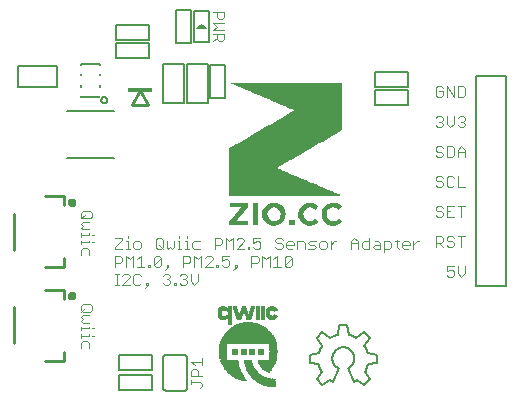
<source format=gbr>
G04 EAGLE Gerber RS-274X export*
G75*
%MOMM*%
%FSLAX34Y34*%
%LPD*%
%INSilkscreen Top*%
%IPPOS*%
%AMOC8*
5,1,8,0,0,1.08239X$1,22.5*%
G01*
%ADD10C,0.101600*%
%ADD11C,0.127000*%
%ADD12C,0.400000*%
%ADD13C,0.254000*%
%ADD14C,0.152400*%
%ADD15R,0.120000X0.020000*%
%ADD16R,0.340000X0.020000*%
%ADD17R,0.320000X0.020000*%
%ADD18R,0.140000X0.020000*%
%ADD19R,0.280000X0.020000*%
%ADD20R,0.360000X0.020000*%
%ADD21R,0.420000X0.020000*%
%ADD22R,0.380000X0.020000*%
%ADD23R,0.480000X0.020000*%
%ADD24R,0.540000X0.020000*%
%ADD25R,0.560000X0.020000*%
%ADD26R,0.400000X0.020000*%
%ADD27R,0.640000X0.020000*%
%ADD28R,0.620000X0.020000*%
%ADD29R,0.700000X0.020000*%
%ADD30R,0.660000X0.020000*%
%ADD31R,0.740000X0.020000*%
%ADD32R,1.080000X0.020000*%
%ADD33R,0.800000X0.020000*%
%ADD34R,1.100000X0.020000*%
%ADD35R,0.440000X0.020000*%
%ADD36R,0.840000X0.020000*%
%ADD37R,1.120000X0.020000*%
%ADD38R,0.460000X0.020000*%
%ADD39R,0.860000X0.020000*%
%ADD40R,0.900000X0.020000*%
%ADD41R,1.140000X0.020000*%
%ADD42R,0.920000X0.020000*%
%ADD43R,1.160000X0.020000*%
%ADD44R,0.960000X0.020000*%
%ADD45R,0.500000X0.020000*%
%ADD46R,0.520000X0.020000*%
%ADD47R,0.940000X0.020000*%
%ADD48R,0.260000X0.020000*%
%ADD49R,0.180000X0.020000*%
%ADD50R,0.580000X0.020000*%
%ADD51R,0.060000X0.020000*%
%ADD52R,0.600000X0.020000*%
%ADD53R,0.300000X0.020000*%
%ADD54R,0.040000X0.020000*%
%ADD55R,0.100000X0.020000*%
%ADD56R,0.160000X0.020000*%
%ADD57R,0.220000X0.020000*%
%ADD58R,0.980000X0.020000*%
%ADD59R,0.880000X0.020000*%
%ADD60R,0.760000X0.020000*%
%ADD61R,1.060000X0.020000*%
%ADD62R,0.720000X0.020000*%
%ADD63R,0.820000X0.020000*%
%ADD64R,1.180000X0.020000*%
%ADD65R,1.340000X0.020000*%
%ADD66R,1.460000X0.020000*%
%ADD67R,1.600000X0.020000*%
%ADD68R,1.700000X0.020000*%
%ADD69R,1.820000X0.020000*%
%ADD70R,1.900000X0.020000*%
%ADD71R,1.980000X0.020000*%
%ADD72R,2.100000X0.020000*%
%ADD73R,2.160000X0.020000*%
%ADD74R,2.260000X0.020000*%
%ADD75R,2.340000X0.020000*%
%ADD76R,2.400000X0.020000*%
%ADD77R,2.480000X0.020000*%
%ADD78R,2.540000X0.020000*%
%ADD79R,2.600000X0.020000*%
%ADD80R,2.680000X0.020000*%
%ADD81R,2.720000X0.020000*%
%ADD82R,2.800000X0.020000*%
%ADD83R,2.840000X0.020000*%
%ADD84R,2.900000X0.020000*%
%ADD85R,2.960000X0.020000*%
%ADD86R,3.000000X0.020000*%
%ADD87R,3.060000X0.020000*%
%ADD88R,3.120000X0.020000*%
%ADD89R,3.160000X0.020000*%
%ADD90R,3.200000X0.020000*%
%ADD91R,3.260000X0.020000*%
%ADD92R,3.300000X0.020000*%
%ADD93R,3.340000X0.020000*%
%ADD94R,3.380000X0.020000*%
%ADD95R,3.420000X0.020000*%
%ADD96R,3.460000X0.020000*%
%ADD97R,3.520000X0.020000*%
%ADD98R,3.540000X0.020000*%
%ADD99R,3.580000X0.020000*%
%ADD100R,3.620000X0.020000*%
%ADD101R,3.660000X0.020000*%
%ADD102R,3.700000X0.020000*%
%ADD103R,3.740000X0.020000*%
%ADD104R,3.780000X0.020000*%
%ADD105R,3.800000X0.020000*%
%ADD106R,3.840000X0.020000*%
%ADD107R,3.860000X0.020000*%
%ADD108R,3.900000X0.020000*%
%ADD109R,3.940000X0.020000*%
%ADD110R,3.960000X0.020000*%
%ADD111R,3.980000X0.020000*%
%ADD112R,4.020000X0.020000*%
%ADD113R,4.060000X0.020000*%
%ADD114R,4.080000X0.020000*%
%ADD115R,4.100000X0.020000*%
%ADD116R,4.120000X0.020000*%
%ADD117R,4.160000X0.020000*%
%ADD118R,4.180000X0.020000*%
%ADD119R,4.200000X0.020000*%
%ADD120R,4.240000X0.020000*%
%ADD121R,4.260000X0.020000*%
%ADD122R,4.280000X0.020000*%
%ADD123R,4.300000X0.020000*%
%ADD124R,4.320000X0.020000*%
%ADD125R,4.340000X0.020000*%
%ADD126R,4.380000X0.020000*%
%ADD127R,4.400000X0.020000*%
%ADD128R,4.440000X0.020000*%
%ADD129R,4.460000X0.020000*%
%ADD130R,4.500000X0.020000*%
%ADD131R,4.520000X0.020000*%
%ADD132R,4.540000X0.020000*%
%ADD133R,4.560000X0.020000*%
%ADD134R,4.580000X0.020000*%
%ADD135R,4.600000X0.020000*%
%ADD136R,4.620000X0.020000*%
%ADD137R,4.640000X0.020000*%
%ADD138R,4.660000X0.020000*%
%ADD139R,4.680000X0.020000*%
%ADD140R,4.700000X0.020000*%
%ADD141R,4.720000X0.020000*%
%ADD142R,4.740000X0.020000*%
%ADD143R,0.680000X0.020000*%
%ADD144R,1.480000X0.020000*%
%ADD145R,1.580000X0.020000*%
%ADD146R,1.560000X0.020000*%
%ADD147R,1.540000X0.020000*%
%ADD148R,1.520000X0.020000*%
%ADD149R,1.500000X0.020000*%
%ADD150R,1.440000X0.020000*%
%ADD151R,1.400000X0.020000*%
%ADD152R,1.420000X0.020000*%
%ADD153R,1.380000X0.020000*%
%ADD154R,1.360000X0.020000*%
%ADD155R,1.320000X0.020000*%
%ADD156R,1.300000X0.020000*%
%ADD157R,1.260000X0.020000*%
%ADD158R,1.220000X0.020000*%
%ADD159R,1.200000X0.020000*%
%ADD160R,1.040000X0.020000*%
%ADD161R,1.020000X0.020000*%
%ADD162R,1.000000X0.020000*%
%ADD163R,1.280000X0.020000*%
%ADD164R,0.780000X0.020000*%
%ADD165R,1.240000X0.020000*%
%ADD166R,0.020000X0.020000*%
%ADD167R,1.840000X0.020000*%
%ADD168R,1.800000X0.020000*%
%ADD169R,1.780000X0.020000*%
%ADD170R,1.760000X0.020000*%
%ADD171R,1.740000X0.020000*%
%ADD172R,1.680000X0.020000*%
%ADD173R,1.660000X0.020000*%
%ADD174R,1.620000X0.020000*%
%ADD175C,0.200000*%
%ADD176R,2.100000X0.300000*%

G36*
X229754Y170662D02*
X229754Y170662D01*
X245628Y170662D01*
X248800Y170665D01*
X251968Y170669D01*
X255140Y170669D01*
X258311Y170672D01*
X261483Y170678D01*
X264654Y170681D01*
X267823Y170685D01*
X270994Y170691D01*
X274166Y170697D01*
X277338Y170707D01*
X280506Y170720D01*
X283674Y170752D01*
X283679Y170756D01*
X283685Y170758D01*
X283684Y170760D01*
X283686Y170762D01*
X283681Y170768D01*
X283679Y170775D01*
X280923Y171940D01*
X278165Y173101D01*
X275403Y174260D01*
X272644Y175418D01*
X269882Y176577D01*
X267123Y177736D01*
X264361Y178894D01*
X261599Y180053D01*
X258841Y181211D01*
X256079Y182370D01*
X253336Y183519D01*
X250593Y184671D01*
X247851Y185823D01*
X245111Y186975D01*
X242368Y188130D01*
X239629Y189286D01*
X236886Y190444D01*
X234150Y191600D01*
X231410Y192765D01*
X228705Y193936D01*
X231440Y195544D01*
X236964Y198757D01*
X239726Y200363D01*
X242488Y201967D01*
X245253Y203573D01*
X248018Y205177D01*
X250783Y206780D01*
X253545Y208380D01*
X256311Y209984D01*
X259069Y211584D01*
X261828Y213181D01*
X264587Y214781D01*
X267346Y216381D01*
X270104Y217978D01*
X272863Y219579D01*
X275622Y221176D01*
X278377Y222776D01*
X281136Y224376D01*
X283895Y225973D01*
X283897Y225980D01*
X283901Y225983D01*
X283901Y266164D01*
X283890Y266176D01*
X283889Y266176D01*
X267983Y266176D01*
X264802Y266173D01*
X232986Y266173D01*
X230710Y266171D01*
X230679Y266171D01*
X230678Y266171D01*
X229805Y266170D01*
X201174Y266170D01*
X197993Y266167D01*
X188450Y266167D01*
X188445Y266163D01*
X188439Y266161D01*
X188440Y266158D01*
X188438Y266156D01*
X188443Y266151D01*
X188445Y266144D01*
X189085Y265869D01*
X191841Y264710D01*
X194599Y263551D01*
X197358Y262393D01*
X202876Y260076D01*
X205634Y258920D01*
X208390Y257762D01*
X211149Y256603D01*
X213907Y255448D01*
X216666Y254289D01*
X219370Y253157D01*
X222072Y252020D01*
X224776Y250884D01*
X227477Y249748D01*
X230181Y248615D01*
X232883Y247476D01*
X235584Y246340D01*
X238288Y245200D01*
X240989Y244061D01*
X243662Y242918D01*
X240940Y241288D01*
X238184Y239672D01*
X235422Y238056D01*
X232660Y236446D01*
X229898Y234836D01*
X227136Y233230D01*
X224371Y231623D01*
X221606Y230017D01*
X218841Y228413D01*
X216076Y226807D01*
X213308Y225203D01*
X210539Y223600D01*
X207768Y221993D01*
X204999Y220390D01*
X202231Y218783D01*
X196694Y215576D01*
X193926Y213970D01*
X191158Y212366D01*
X188389Y210760D01*
X188387Y210753D01*
X188383Y210749D01*
X188383Y170671D01*
X188394Y170659D01*
X188395Y170660D01*
X188395Y170659D01*
X226573Y170659D01*
X229754Y170662D01*
G37*
G36*
X226676Y145217D02*
X226676Y145217D01*
X226677Y145216D01*
X228824Y145472D01*
X228826Y145473D01*
X228827Y145473D01*
X231416Y146532D01*
X231417Y146534D01*
X231419Y146534D01*
X233605Y148281D01*
X233606Y148283D01*
X233607Y148283D01*
X235038Y150236D01*
X235038Y150238D01*
X235039Y150238D01*
X235635Y151759D01*
X235920Y152498D01*
X235919Y152500D01*
X235920Y152501D01*
X236208Y154907D01*
X236207Y154909D01*
X236208Y154911D01*
X235760Y157973D01*
X235758Y157975D01*
X235759Y157977D01*
X234319Y160761D01*
X234316Y160762D01*
X234316Y160765D01*
X232031Y162909D01*
X232029Y162909D01*
X232028Y162911D01*
X229189Y164246D01*
X229187Y164245D01*
X229186Y164247D01*
X226273Y164535D01*
X226272Y164534D01*
X226271Y164535D01*
X223881Y164397D01*
X223879Y164396D01*
X223877Y164397D01*
X221627Y163590D01*
X221626Y163588D01*
X221625Y163589D01*
X219115Y161832D01*
X219115Y161829D01*
X219113Y161829D01*
X217304Y159358D01*
X217305Y159356D01*
X217303Y159355D01*
X216455Y157198D01*
X216455Y157197D01*
X216454Y157196D01*
X216455Y157195D01*
X216454Y157195D01*
X216284Y154881D01*
X216285Y154880D01*
X216284Y154879D01*
X216435Y152652D01*
X216436Y152650D01*
X216436Y152648D01*
X216759Y151759D01*
X217191Y150552D01*
X217193Y150551D01*
X217192Y150549D01*
X219020Y148040D01*
X219022Y148040D01*
X219023Y148037D01*
X221551Y146229D01*
X221553Y146230D01*
X221554Y146228D01*
X224508Y145271D01*
X224510Y145272D01*
X224511Y145270D01*
X226675Y145216D01*
X226676Y145217D01*
G37*
G36*
X204092Y145489D02*
X204092Y145489D01*
X204092Y145490D01*
X204092Y149116D01*
X204082Y149128D01*
X204081Y149127D01*
X204080Y149128D01*
X203495Y149131D01*
X203489Y149131D01*
X201501Y149141D01*
X201091Y149143D01*
X201085Y149143D01*
X198925Y149154D01*
X198733Y149155D01*
X198728Y149155D01*
X196809Y149167D01*
X196804Y149167D01*
X196345Y149170D01*
X194523Y149179D01*
X194517Y149179D01*
X193795Y149182D01*
X195493Y151153D01*
X197212Y153147D01*
X198927Y155138D01*
X200643Y157129D01*
X202361Y159122D01*
X204077Y161113D01*
X204077Y161118D01*
X204080Y161121D01*
X204092Y164270D01*
X204082Y164282D01*
X204081Y164281D01*
X204080Y164282D01*
X188715Y164282D01*
X188703Y164272D01*
X188704Y164271D01*
X188703Y164270D01*
X188703Y160644D01*
X188714Y160632D01*
X188715Y160633D01*
X188715Y160632D01*
X191205Y160616D01*
X193692Y160603D01*
X196182Y160590D01*
X198646Y160575D01*
X196950Y158604D01*
X195235Y156613D01*
X193523Y154622D01*
X191811Y152628D01*
X190098Y150638D01*
X188386Y148647D01*
X188386Y148644D01*
X188385Y148643D01*
X188386Y148642D01*
X188383Y148639D01*
X188383Y145490D01*
X188394Y145478D01*
X188395Y145479D01*
X188395Y145478D01*
X204080Y145478D01*
X204092Y145489D01*
G37*
G36*
X257076Y145220D02*
X257076Y145220D01*
X257077Y145219D01*
X259215Y145472D01*
X259217Y145473D01*
X259218Y145473D01*
X261510Y146378D01*
X261511Y146380D01*
X261512Y146380D01*
X263481Y147865D01*
X263481Y147866D01*
X263482Y147866D01*
X264170Y148522D01*
X264171Y148538D01*
X264170Y148538D01*
X264170Y148539D01*
X262845Y149858D01*
X261517Y151176D01*
X261501Y151177D01*
X260929Y150713D01*
X258637Y149316D01*
X256673Y149058D01*
X254712Y149320D01*
X252525Y150907D01*
X251308Y153331D01*
X251151Y154931D01*
X251308Y156535D01*
X252371Y158716D01*
X254246Y160252D01*
X256449Y160792D01*
X258685Y160386D01*
X260664Y159251D01*
X261474Y158784D01*
X261486Y158786D01*
X261489Y158786D01*
X262612Y160099D01*
X263825Y161516D01*
X263825Y161522D01*
X263827Y161524D01*
X263826Y161525D01*
X263827Y161528D01*
X263674Y162043D01*
X263670Y162045D01*
X263669Y162049D01*
X261784Y163412D01*
X261782Y163412D01*
X261782Y163414D01*
X259621Y164288D01*
X259619Y164287D01*
X259618Y164288D01*
X257087Y164583D01*
X257086Y164582D01*
X257085Y164583D01*
X254540Y164445D01*
X254539Y164444D01*
X254537Y164445D01*
X252041Y163606D01*
X252040Y163604D01*
X252038Y163605D01*
X249878Y162100D01*
X249877Y162098D01*
X249875Y162098D01*
X248259Y160156D01*
X248259Y160153D01*
X248257Y160153D01*
X247208Y157855D01*
X247208Y157853D01*
X247207Y157852D01*
X246781Y155362D01*
X246782Y155360D01*
X246781Y155359D01*
X246979Y152741D01*
X246981Y152740D01*
X246980Y152738D01*
X247863Y150264D01*
X247865Y150263D01*
X247865Y150261D01*
X249395Y148130D01*
X249397Y148129D01*
X249397Y148127D01*
X251910Y146223D01*
X251912Y146223D01*
X251913Y146221D01*
X254918Y145258D01*
X254920Y145259D01*
X254922Y145257D01*
X257076Y145219D01*
X257076Y145220D01*
G37*
G36*
X276740Y145216D02*
X276740Y145216D01*
X276741Y145216D01*
X279176Y145510D01*
X279177Y145512D01*
X279179Y145511D01*
X281448Y146420D01*
X281449Y146422D01*
X281451Y146422D01*
X283390Y147916D01*
X283391Y147918D01*
X283392Y147918D01*
X283898Y148520D01*
X283898Y148535D01*
X282630Y149912D01*
X281363Y151176D01*
X281347Y151177D01*
X280774Y150713D01*
X278952Y149518D01*
X276831Y149048D01*
X274602Y149310D01*
X272741Y150565D01*
X271396Y152558D01*
X270990Y154931D01*
X271332Y157062D01*
X272386Y158943D01*
X274091Y160252D01*
X276406Y160805D01*
X278735Y160316D01*
X280769Y159056D01*
X281313Y158777D01*
X281316Y158778D01*
X281317Y158777D01*
X281320Y158777D01*
X281323Y158780D01*
X281324Y158780D01*
X281328Y158780D01*
X282467Y160099D01*
X282467Y160100D01*
X282469Y160101D01*
X283515Y162037D01*
X283512Y162052D01*
X281627Y163412D01*
X281625Y163412D01*
X281624Y163414D01*
X279467Y164288D01*
X279465Y164287D01*
X279464Y164288D01*
X276932Y164583D01*
X276931Y164582D01*
X276930Y164583D01*
X274386Y164445D01*
X274385Y164444D01*
X274383Y164445D01*
X271826Y163558D01*
X271825Y163556D01*
X271823Y163557D01*
X269611Y161998D01*
X269611Y161996D01*
X269609Y161996D01*
X267935Y159870D01*
X267935Y159868D01*
X267933Y159868D01*
X266893Y157368D01*
X266894Y157366D01*
X266892Y157365D01*
X266649Y154878D01*
X266650Y154877D01*
X266649Y154876D01*
X266896Y152389D01*
X266897Y152387D01*
X266896Y152385D01*
X268007Y149758D01*
X268009Y149757D01*
X268009Y149755D01*
X269830Y147556D01*
X269832Y147556D01*
X269833Y147554D01*
X272230Y146014D01*
X272232Y146015D01*
X272233Y146013D01*
X274976Y145223D01*
X274978Y145224D01*
X274979Y145222D01*
X276739Y145216D01*
X276740Y145216D01*
G37*
%LPC*%
G36*
X224849Y149186D02*
X224849Y149186D01*
X224033Y149640D01*
X222261Y150674D01*
X221626Y151769D01*
X220779Y153233D01*
X220581Y154989D01*
X220817Y156742D01*
X221926Y158837D01*
X223797Y160274D01*
X226112Y160766D01*
X228198Y160431D01*
X229979Y159297D01*
X231493Y157074D01*
X231870Y154657D01*
X231321Y152277D01*
X230945Y151770D01*
X229864Y150319D01*
X227706Y149186D01*
X224849Y149186D01*
G37*
%LPD*%
G36*
X212308Y145489D02*
X212308Y145489D01*
X212307Y145489D01*
X212308Y145490D01*
X212308Y164267D01*
X212297Y164279D01*
X212297Y164278D01*
X212296Y164279D01*
X208241Y164279D01*
X208229Y164268D01*
X208230Y164268D01*
X208229Y164267D01*
X208229Y145490D01*
X208239Y145478D01*
X208240Y145479D01*
X208241Y145478D01*
X212296Y145478D01*
X212308Y145489D01*
G37*
G36*
X243678Y145489D02*
X243678Y145489D01*
X243677Y145489D01*
X243678Y145490D01*
X243678Y149756D01*
X243668Y149768D01*
X243667Y149767D01*
X243666Y149768D01*
X239291Y149768D01*
X239279Y149758D01*
X239280Y149757D01*
X239279Y149756D01*
X239279Y145490D01*
X239290Y145478D01*
X239291Y145479D01*
X239291Y145478D01*
X243666Y145478D01*
X243678Y145489D01*
G37*
D10*
X64771Y78486D02*
X70873Y78486D01*
X72398Y76961D01*
X72398Y73910D01*
X70873Y72385D01*
X64771Y72385D01*
X63246Y73910D01*
X63246Y76961D01*
X64771Y78486D01*
X66297Y75435D02*
X63246Y72385D01*
X64771Y69131D02*
X69347Y69131D01*
X64771Y69131D02*
X63246Y67606D01*
X64771Y66080D01*
X63246Y64555D01*
X64771Y63030D01*
X69347Y63030D01*
X69347Y59776D02*
X69347Y58250D01*
X63246Y58250D01*
X63246Y56725D02*
X63246Y59776D01*
X72398Y58250D02*
X73923Y58250D01*
X69347Y53539D02*
X69347Y52014D01*
X63246Y52014D01*
X63246Y53539D02*
X63246Y50488D01*
X72398Y52014D02*
X73923Y52014D01*
X69347Y45777D02*
X69347Y41201D01*
X69347Y45777D02*
X67822Y47302D01*
X64771Y47302D01*
X63246Y45777D01*
X63246Y41201D01*
X64771Y157480D02*
X70873Y157480D01*
X72398Y155955D01*
X72398Y152904D01*
X70873Y151379D01*
X64771Y151379D01*
X63246Y152904D01*
X63246Y155955D01*
X64771Y157480D01*
X66297Y154429D02*
X63246Y151379D01*
X64771Y148125D02*
X69347Y148125D01*
X64771Y148125D02*
X63246Y146600D01*
X64771Y145074D01*
X63246Y143549D01*
X64771Y142024D01*
X69347Y142024D01*
X69347Y138770D02*
X69347Y137244D01*
X63246Y137244D01*
X63246Y135719D02*
X63246Y138770D01*
X72398Y137244D02*
X73923Y137244D01*
X69347Y132533D02*
X69347Y131008D01*
X63246Y131008D01*
X63246Y132533D02*
X63246Y129482D01*
X72398Y131008D02*
X73923Y131008D01*
X69347Y124771D02*
X69347Y120195D01*
X69347Y124771D02*
X67822Y126296D01*
X64771Y126296D01*
X63246Y124771D01*
X63246Y120195D01*
X367670Y263406D02*
X369196Y261881D01*
X367670Y263406D02*
X364620Y263406D01*
X363094Y261881D01*
X363094Y255779D01*
X364620Y254254D01*
X367670Y254254D01*
X369196Y255779D01*
X369196Y258830D01*
X366145Y258830D01*
X372450Y254254D02*
X372450Y263406D01*
X378551Y254254D01*
X378551Y263406D01*
X381805Y263406D02*
X381805Y254254D01*
X386381Y254254D01*
X387906Y255779D01*
X387906Y261881D01*
X386381Y263406D01*
X381805Y263406D01*
X378551Y111006D02*
X372450Y111006D01*
X372450Y106430D01*
X375500Y107955D01*
X377026Y107955D01*
X378551Y106430D01*
X378551Y103379D01*
X377026Y101854D01*
X373975Y101854D01*
X372450Y103379D01*
X381805Y104905D02*
X381805Y111006D01*
X381805Y104905D02*
X384855Y101854D01*
X387906Y104905D01*
X387906Y111006D01*
X369196Y210827D02*
X367670Y212352D01*
X364620Y212352D01*
X363094Y210827D01*
X363094Y209301D01*
X364620Y207776D01*
X367670Y207776D01*
X369196Y206251D01*
X369196Y204725D01*
X367670Y203200D01*
X364620Y203200D01*
X363094Y204725D01*
X372450Y203200D02*
X372450Y212352D01*
X372450Y203200D02*
X377026Y203200D01*
X378551Y204725D01*
X378551Y210827D01*
X377026Y212352D01*
X372450Y212352D01*
X381805Y209301D02*
X381805Y203200D01*
X381805Y209301D02*
X384855Y212352D01*
X387906Y209301D01*
X387906Y203200D01*
X387906Y207776D02*
X381805Y207776D01*
X367670Y187206D02*
X369196Y185681D01*
X367670Y187206D02*
X364620Y187206D01*
X363094Y185681D01*
X363094Y184155D01*
X364620Y182630D01*
X367670Y182630D01*
X369196Y181105D01*
X369196Y179579D01*
X367670Y178054D01*
X364620Y178054D01*
X363094Y179579D01*
X377026Y187206D02*
X378551Y185681D01*
X377026Y187206D02*
X373975Y187206D01*
X372450Y185681D01*
X372450Y179579D01*
X373975Y178054D01*
X377026Y178054D01*
X378551Y179579D01*
X381805Y178054D02*
X381805Y187206D01*
X381805Y178054D02*
X387906Y178054D01*
X369196Y160281D02*
X367670Y161806D01*
X364620Y161806D01*
X363094Y160281D01*
X363094Y158755D01*
X364620Y157230D01*
X367670Y157230D01*
X369196Y155705D01*
X369196Y154179D01*
X367670Y152654D01*
X364620Y152654D01*
X363094Y154179D01*
X372450Y161806D02*
X378551Y161806D01*
X372450Y161806D02*
X372450Y152654D01*
X378551Y152654D01*
X375500Y157230D02*
X372450Y157230D01*
X384855Y152654D02*
X384855Y161806D01*
X381805Y161806D02*
X387906Y161806D01*
X363094Y136406D02*
X363094Y127254D01*
X363094Y136406D02*
X367670Y136406D01*
X369196Y134881D01*
X369196Y131830D01*
X367670Y130305D01*
X363094Y130305D01*
X366145Y130305D02*
X369196Y127254D01*
X377026Y136406D02*
X378551Y134881D01*
X377026Y136406D02*
X373975Y136406D01*
X372450Y134881D01*
X372450Y133355D01*
X373975Y131830D01*
X377026Y131830D01*
X378551Y130305D01*
X378551Y128779D01*
X377026Y127254D01*
X373975Y127254D01*
X372450Y128779D01*
X384855Y127254D02*
X384855Y136406D01*
X381805Y136406D02*
X387906Y136406D01*
X165100Y9653D02*
X163575Y8128D01*
X165100Y9653D02*
X165100Y11179D01*
X163575Y12704D01*
X155948Y12704D01*
X155948Y11179D02*
X155948Y14229D01*
X155948Y17483D02*
X165100Y17483D01*
X155948Y17483D02*
X155948Y22059D01*
X157474Y23584D01*
X160524Y23584D01*
X162049Y22059D01*
X162049Y17483D01*
X158999Y26838D02*
X155948Y29889D01*
X165100Y29889D01*
X165100Y26838D02*
X165100Y32940D01*
X97795Y134882D02*
X91694Y134882D01*
X97795Y134882D02*
X97795Y133357D01*
X91694Y127255D01*
X91694Y125730D01*
X97795Y125730D01*
X101049Y131831D02*
X102574Y131831D01*
X102574Y125730D01*
X101049Y125730D02*
X104100Y125730D01*
X102574Y134882D02*
X102574Y136407D01*
X108811Y125730D02*
X111862Y125730D01*
X113387Y127255D01*
X113387Y130306D01*
X111862Y131831D01*
X108811Y131831D01*
X107286Y130306D01*
X107286Y127255D01*
X108811Y125730D01*
X125996Y127255D02*
X125996Y133357D01*
X127522Y134882D01*
X130572Y134882D01*
X132098Y133357D01*
X132098Y127255D01*
X130572Y125730D01*
X127522Y125730D01*
X125996Y127255D01*
X129047Y128781D02*
X132098Y125730D01*
X135352Y127255D02*
X135352Y131831D01*
X135352Y127255D02*
X136877Y125730D01*
X138402Y127255D01*
X139927Y125730D01*
X141453Y127255D01*
X141453Y131831D01*
X144707Y131831D02*
X146232Y131831D01*
X146232Y125730D01*
X144707Y125730D02*
X147757Y125730D01*
X146232Y134882D02*
X146232Y136407D01*
X150944Y131831D02*
X152469Y131831D01*
X152469Y125730D01*
X150944Y125730D02*
X153994Y125730D01*
X152469Y134882D02*
X152469Y136407D01*
X158706Y131831D02*
X163281Y131831D01*
X158706Y131831D02*
X157180Y130306D01*
X157180Y127255D01*
X158706Y125730D01*
X163281Y125730D01*
X175891Y125730D02*
X175891Y134882D01*
X180467Y134882D01*
X181992Y133357D01*
X181992Y130306D01*
X180467Y128781D01*
X175891Y128781D01*
X185246Y125730D02*
X185246Y134882D01*
X188296Y131831D01*
X191347Y134882D01*
X191347Y125730D01*
X194601Y125730D02*
X200702Y125730D01*
X194601Y125730D02*
X200702Y131831D01*
X200702Y133357D01*
X199177Y134882D01*
X196126Y134882D01*
X194601Y133357D01*
X203956Y127255D02*
X203956Y125730D01*
X203956Y127255D02*
X205482Y127255D01*
X205482Y125730D01*
X203956Y125730D01*
X208634Y134882D02*
X214735Y134882D01*
X208634Y134882D02*
X208634Y130306D01*
X211684Y131831D01*
X213210Y131831D01*
X214735Y130306D01*
X214735Y127255D01*
X213210Y125730D01*
X210159Y125730D01*
X208634Y127255D01*
X231920Y134882D02*
X233445Y133357D01*
X231920Y134882D02*
X228869Y134882D01*
X227344Y133357D01*
X227344Y131831D01*
X228869Y130306D01*
X231920Y130306D01*
X233445Y128781D01*
X233445Y127255D01*
X231920Y125730D01*
X228869Y125730D01*
X227344Y127255D01*
X238225Y125730D02*
X241275Y125730D01*
X238225Y125730D02*
X236699Y127255D01*
X236699Y130306D01*
X238225Y131831D01*
X241275Y131831D01*
X242801Y130306D01*
X242801Y128781D01*
X236699Y128781D01*
X246055Y125730D02*
X246055Y131831D01*
X250630Y131831D01*
X252156Y130306D01*
X252156Y125730D01*
X255410Y125730D02*
X259986Y125730D01*
X261511Y127255D01*
X259986Y128781D01*
X256935Y128781D01*
X255410Y130306D01*
X256935Y131831D01*
X261511Y131831D01*
X266290Y125730D02*
X269341Y125730D01*
X270866Y127255D01*
X270866Y130306D01*
X269341Y131831D01*
X266290Y131831D01*
X264765Y130306D01*
X264765Y127255D01*
X266290Y125730D01*
X274120Y125730D02*
X274120Y131831D01*
X274120Y128781D02*
X277171Y131831D01*
X278696Y131831D01*
X291271Y131831D02*
X291271Y125730D01*
X291271Y131831D02*
X294322Y134882D01*
X297372Y131831D01*
X297372Y125730D01*
X297372Y130306D02*
X291271Y130306D01*
X306728Y134882D02*
X306728Y125730D01*
X302152Y125730D01*
X300626Y127255D01*
X300626Y130306D01*
X302152Y131831D01*
X306728Y131831D01*
X311507Y131831D02*
X314558Y131831D01*
X316083Y130306D01*
X316083Y125730D01*
X311507Y125730D01*
X309982Y127255D01*
X311507Y128781D01*
X316083Y128781D01*
X319337Y131831D02*
X319337Y122679D01*
X319337Y131831D02*
X323913Y131831D01*
X325438Y130306D01*
X325438Y127255D01*
X323913Y125730D01*
X319337Y125730D01*
X330217Y127255D02*
X330217Y133357D01*
X330217Y127255D02*
X331743Y125730D01*
X331743Y131831D02*
X328692Y131831D01*
X336454Y125730D02*
X339505Y125730D01*
X336454Y125730D02*
X334929Y127255D01*
X334929Y130306D01*
X336454Y131831D01*
X339505Y131831D01*
X341030Y130306D01*
X341030Y128781D01*
X334929Y128781D01*
X344284Y125730D02*
X344284Y131831D01*
X344284Y128781D02*
X347335Y131831D01*
X348860Y131831D01*
X91694Y119642D02*
X91694Y110490D01*
X91694Y119642D02*
X96270Y119642D01*
X97795Y118117D01*
X97795Y115066D01*
X96270Y113541D01*
X91694Y113541D01*
X101049Y110490D02*
X101049Y119642D01*
X104100Y116591D01*
X107150Y119642D01*
X107150Y110490D01*
X110404Y116591D02*
X113455Y119642D01*
X113455Y110490D01*
X110404Y110490D02*
X116506Y110490D01*
X119760Y110490D02*
X119760Y112015D01*
X121285Y112015D01*
X121285Y110490D01*
X119760Y110490D01*
X124437Y112015D02*
X124437Y118117D01*
X125962Y119642D01*
X129013Y119642D01*
X130538Y118117D01*
X130538Y112015D01*
X129013Y110490D01*
X125962Y110490D01*
X124437Y112015D01*
X130538Y118117D01*
X136843Y110490D02*
X133792Y107439D01*
X136843Y110490D02*
X136843Y112015D01*
X135318Y112015D01*
X135318Y110490D01*
X136843Y110490D01*
X149384Y110490D02*
X149384Y119642D01*
X153960Y119642D01*
X155486Y118117D01*
X155486Y115066D01*
X153960Y113541D01*
X149384Y113541D01*
X158740Y110490D02*
X158740Y119642D01*
X161790Y116591D01*
X164841Y119642D01*
X164841Y110490D01*
X168095Y110490D02*
X174196Y110490D01*
X168095Y110490D02*
X174196Y116591D01*
X174196Y118117D01*
X172671Y119642D01*
X169620Y119642D01*
X168095Y118117D01*
X177450Y112015D02*
X177450Y110490D01*
X177450Y112015D02*
X178975Y112015D01*
X178975Y110490D01*
X177450Y110490D01*
X182127Y119642D02*
X188229Y119642D01*
X182127Y119642D02*
X182127Y115066D01*
X185178Y116591D01*
X186703Y116591D01*
X188229Y115066D01*
X188229Y112015D01*
X186703Y110490D01*
X183653Y110490D01*
X182127Y112015D01*
X191483Y107439D02*
X194533Y110490D01*
X194533Y112015D01*
X193008Y112015D01*
X193008Y110490D01*
X194533Y110490D01*
X207075Y110490D02*
X207075Y119642D01*
X211651Y119642D01*
X213176Y118117D01*
X213176Y115066D01*
X211651Y113541D01*
X207075Y113541D01*
X216430Y110490D02*
X216430Y119642D01*
X219480Y116591D01*
X222531Y119642D01*
X222531Y110490D01*
X225785Y116591D02*
X228836Y119642D01*
X228836Y110490D01*
X231886Y110490D02*
X225785Y110490D01*
X235140Y112015D02*
X235140Y118117D01*
X236665Y119642D01*
X239716Y119642D01*
X241241Y118117D01*
X241241Y112015D01*
X239716Y110490D01*
X236665Y110490D01*
X235140Y112015D01*
X241241Y118117D01*
X94745Y95250D02*
X91694Y95250D01*
X93219Y95250D02*
X93219Y104402D01*
X91694Y104402D02*
X94745Y104402D01*
X97931Y95250D02*
X104032Y95250D01*
X97931Y95250D02*
X104032Y101351D01*
X104032Y102877D01*
X102507Y104402D01*
X99456Y104402D01*
X97931Y102877D01*
X111862Y104402D02*
X113387Y102877D01*
X111862Y104402D02*
X108811Y104402D01*
X107286Y102877D01*
X107286Y96775D01*
X108811Y95250D01*
X111862Y95250D01*
X113387Y96775D01*
X116641Y92199D02*
X119692Y95250D01*
X119692Y96775D01*
X118166Y96775D01*
X118166Y95250D01*
X119692Y95250D01*
X132233Y102877D02*
X133758Y104402D01*
X136809Y104402D01*
X138334Y102877D01*
X138334Y101351D01*
X136809Y99826D01*
X135284Y99826D01*
X136809Y99826D02*
X138334Y98301D01*
X138334Y96775D01*
X136809Y95250D01*
X133758Y95250D01*
X132233Y96775D01*
X141588Y96775D02*
X141588Y95250D01*
X141588Y96775D02*
X143114Y96775D01*
X143114Y95250D01*
X141588Y95250D01*
X146266Y102877D02*
X147791Y104402D01*
X150842Y104402D01*
X152367Y102877D01*
X152367Y101351D01*
X150842Y99826D01*
X149317Y99826D01*
X150842Y99826D02*
X152367Y98301D01*
X152367Y96775D01*
X150842Y95250D01*
X147791Y95250D01*
X146266Y96775D01*
X155621Y98301D02*
X155621Y104402D01*
X155621Y98301D02*
X158672Y95250D01*
X161722Y98301D01*
X161722Y104402D01*
X174752Y326136D02*
X183904Y326136D01*
X183904Y321560D01*
X182379Y320035D01*
X179328Y320035D01*
X177803Y321560D01*
X177803Y326136D01*
X174752Y316781D02*
X183904Y316781D01*
X177803Y313730D02*
X174752Y316781D01*
X177803Y313730D02*
X174752Y310680D01*
X183904Y310680D01*
X183904Y307426D02*
X174752Y307426D01*
X183904Y307426D02*
X183904Y302850D01*
X182379Y301324D01*
X179328Y301324D01*
X177803Y302850D01*
X177803Y307426D01*
X177803Y304375D02*
X174752Y301324D01*
X363094Y236227D02*
X364620Y237752D01*
X367670Y237752D01*
X369196Y236227D01*
X369196Y234701D01*
X367670Y233176D01*
X366145Y233176D01*
X367670Y233176D02*
X369196Y231651D01*
X369196Y230125D01*
X367670Y228600D01*
X364620Y228600D01*
X363094Y230125D01*
X372450Y231651D02*
X372450Y237752D01*
X372450Y231651D02*
X375500Y228600D01*
X378551Y231651D01*
X378551Y237752D01*
X381805Y236227D02*
X383330Y237752D01*
X386381Y237752D01*
X387906Y236227D01*
X387906Y234701D01*
X386381Y233176D01*
X384855Y233176D01*
X386381Y233176D02*
X387906Y231651D01*
X387906Y230125D01*
X386381Y228600D01*
X383330Y228600D01*
X381805Y230125D01*
D11*
X339344Y260350D02*
X311404Y260350D01*
X339344Y260350D02*
X339344Y247650D01*
X311404Y247650D01*
X311404Y260350D01*
X311404Y275336D02*
X339344Y275336D01*
X339344Y262636D01*
X311404Y262636D01*
X311404Y275336D01*
D12*
X53586Y165000D02*
X53588Y165075D01*
X53594Y165149D01*
X53604Y165223D01*
X53617Y165296D01*
X53635Y165369D01*
X53656Y165440D01*
X53681Y165511D01*
X53710Y165580D01*
X53743Y165647D01*
X53779Y165712D01*
X53818Y165776D01*
X53860Y165837D01*
X53906Y165896D01*
X53955Y165953D01*
X54007Y166006D01*
X54061Y166057D01*
X54118Y166106D01*
X54178Y166150D01*
X54240Y166192D01*
X54304Y166231D01*
X54370Y166266D01*
X54437Y166297D01*
X54507Y166325D01*
X54577Y166349D01*
X54649Y166370D01*
X54722Y166386D01*
X54795Y166399D01*
X54870Y166408D01*
X54944Y166413D01*
X55019Y166414D01*
X55093Y166411D01*
X55168Y166404D01*
X55241Y166393D01*
X55315Y166379D01*
X55387Y166360D01*
X55458Y166338D01*
X55528Y166312D01*
X55597Y166282D01*
X55663Y166249D01*
X55728Y166212D01*
X55791Y166172D01*
X55852Y166128D01*
X55910Y166082D01*
X55966Y166032D01*
X56019Y165980D01*
X56070Y165925D01*
X56117Y165867D01*
X56161Y165807D01*
X56202Y165744D01*
X56240Y165680D01*
X56274Y165614D01*
X56305Y165545D01*
X56332Y165476D01*
X56355Y165405D01*
X56374Y165333D01*
X56390Y165260D01*
X56402Y165186D01*
X56410Y165112D01*
X56414Y165037D01*
X56414Y164963D01*
X56410Y164888D01*
X56402Y164814D01*
X56390Y164740D01*
X56374Y164667D01*
X56355Y164595D01*
X56332Y164524D01*
X56305Y164455D01*
X56274Y164386D01*
X56240Y164320D01*
X56202Y164256D01*
X56161Y164193D01*
X56117Y164133D01*
X56070Y164075D01*
X56019Y164020D01*
X55966Y163968D01*
X55910Y163918D01*
X55852Y163872D01*
X55791Y163828D01*
X55728Y163788D01*
X55663Y163751D01*
X55597Y163718D01*
X55528Y163688D01*
X55458Y163662D01*
X55387Y163640D01*
X55315Y163621D01*
X55241Y163607D01*
X55168Y163596D01*
X55093Y163589D01*
X55019Y163586D01*
X54944Y163587D01*
X54870Y163592D01*
X54795Y163601D01*
X54722Y163614D01*
X54649Y163630D01*
X54577Y163651D01*
X54507Y163675D01*
X54437Y163703D01*
X54370Y163734D01*
X54304Y163769D01*
X54240Y163808D01*
X54178Y163850D01*
X54118Y163894D01*
X54061Y163943D01*
X54007Y163994D01*
X53955Y164047D01*
X53906Y164104D01*
X53860Y164163D01*
X53818Y164224D01*
X53779Y164288D01*
X53743Y164353D01*
X53710Y164420D01*
X53681Y164489D01*
X53656Y164560D01*
X53635Y164631D01*
X53617Y164704D01*
X53604Y164777D01*
X53594Y164851D01*
X53588Y164925D01*
X53586Y165000D01*
D13*
X6000Y155000D02*
X6000Y125000D01*
X32000Y170000D02*
X48500Y170000D01*
X48500Y117500D02*
X48500Y110000D01*
X32000Y110000D01*
X48500Y162500D02*
X48500Y170000D01*
D12*
X53586Y86000D02*
X53588Y86075D01*
X53594Y86149D01*
X53604Y86223D01*
X53617Y86296D01*
X53635Y86369D01*
X53656Y86440D01*
X53681Y86511D01*
X53710Y86580D01*
X53743Y86647D01*
X53779Y86712D01*
X53818Y86776D01*
X53860Y86837D01*
X53906Y86896D01*
X53955Y86953D01*
X54007Y87006D01*
X54061Y87057D01*
X54118Y87106D01*
X54178Y87150D01*
X54240Y87192D01*
X54304Y87231D01*
X54370Y87266D01*
X54437Y87297D01*
X54507Y87325D01*
X54577Y87349D01*
X54649Y87370D01*
X54722Y87386D01*
X54795Y87399D01*
X54870Y87408D01*
X54944Y87413D01*
X55019Y87414D01*
X55093Y87411D01*
X55168Y87404D01*
X55241Y87393D01*
X55315Y87379D01*
X55387Y87360D01*
X55458Y87338D01*
X55528Y87312D01*
X55597Y87282D01*
X55663Y87249D01*
X55728Y87212D01*
X55791Y87172D01*
X55852Y87128D01*
X55910Y87082D01*
X55966Y87032D01*
X56019Y86980D01*
X56070Y86925D01*
X56117Y86867D01*
X56161Y86807D01*
X56202Y86744D01*
X56240Y86680D01*
X56274Y86614D01*
X56305Y86545D01*
X56332Y86476D01*
X56355Y86405D01*
X56374Y86333D01*
X56390Y86260D01*
X56402Y86186D01*
X56410Y86112D01*
X56414Y86037D01*
X56414Y85963D01*
X56410Y85888D01*
X56402Y85814D01*
X56390Y85740D01*
X56374Y85667D01*
X56355Y85595D01*
X56332Y85524D01*
X56305Y85455D01*
X56274Y85386D01*
X56240Y85320D01*
X56202Y85256D01*
X56161Y85193D01*
X56117Y85133D01*
X56070Y85075D01*
X56019Y85020D01*
X55966Y84968D01*
X55910Y84918D01*
X55852Y84872D01*
X55791Y84828D01*
X55728Y84788D01*
X55663Y84751D01*
X55597Y84718D01*
X55528Y84688D01*
X55458Y84662D01*
X55387Y84640D01*
X55315Y84621D01*
X55241Y84607D01*
X55168Y84596D01*
X55093Y84589D01*
X55019Y84586D01*
X54944Y84587D01*
X54870Y84592D01*
X54795Y84601D01*
X54722Y84614D01*
X54649Y84630D01*
X54577Y84651D01*
X54507Y84675D01*
X54437Y84703D01*
X54370Y84734D01*
X54304Y84769D01*
X54240Y84808D01*
X54178Y84850D01*
X54118Y84894D01*
X54061Y84943D01*
X54007Y84994D01*
X53955Y85047D01*
X53906Y85104D01*
X53860Y85163D01*
X53818Y85224D01*
X53779Y85288D01*
X53743Y85353D01*
X53710Y85420D01*
X53681Y85489D01*
X53656Y85560D01*
X53635Y85631D01*
X53617Y85704D01*
X53604Y85777D01*
X53594Y85851D01*
X53588Y85925D01*
X53586Y86000D01*
D13*
X6000Y76000D02*
X6000Y46000D01*
X32000Y91000D02*
X48500Y91000D01*
X48500Y38500D02*
X48500Y31000D01*
X32000Y31000D01*
X48500Y83500D02*
X48500Y91000D01*
D14*
X152654Y33528D02*
X152654Y8128D01*
X132334Y33528D02*
X132336Y33628D01*
X132342Y33727D01*
X132352Y33827D01*
X132365Y33925D01*
X132383Y34024D01*
X132404Y34121D01*
X132429Y34217D01*
X132458Y34313D01*
X132491Y34407D01*
X132527Y34500D01*
X132567Y34591D01*
X132611Y34681D01*
X132658Y34769D01*
X132708Y34855D01*
X132762Y34939D01*
X132819Y35021D01*
X132879Y35100D01*
X132943Y35178D01*
X133009Y35252D01*
X133078Y35324D01*
X133150Y35393D01*
X133224Y35459D01*
X133302Y35523D01*
X133381Y35583D01*
X133463Y35640D01*
X133547Y35694D01*
X133633Y35744D01*
X133721Y35791D01*
X133811Y35835D01*
X133902Y35875D01*
X133995Y35911D01*
X134089Y35944D01*
X134185Y35973D01*
X134281Y35998D01*
X134378Y36019D01*
X134477Y36037D01*
X134575Y36050D01*
X134675Y36060D01*
X134774Y36066D01*
X134874Y36068D01*
X132334Y8128D02*
X132336Y8028D01*
X132342Y7929D01*
X132352Y7829D01*
X132365Y7731D01*
X132383Y7632D01*
X132404Y7535D01*
X132429Y7439D01*
X132458Y7343D01*
X132491Y7249D01*
X132527Y7156D01*
X132567Y7065D01*
X132611Y6975D01*
X132658Y6887D01*
X132708Y6801D01*
X132762Y6717D01*
X132819Y6635D01*
X132879Y6556D01*
X132943Y6478D01*
X133009Y6404D01*
X133078Y6332D01*
X133150Y6263D01*
X133224Y6197D01*
X133302Y6133D01*
X133381Y6073D01*
X133463Y6016D01*
X133547Y5962D01*
X133633Y5912D01*
X133721Y5865D01*
X133811Y5821D01*
X133902Y5781D01*
X133995Y5745D01*
X134089Y5712D01*
X134185Y5683D01*
X134281Y5658D01*
X134378Y5637D01*
X134477Y5619D01*
X134575Y5606D01*
X134675Y5596D01*
X134774Y5590D01*
X134874Y5588D01*
X150114Y5588D02*
X150214Y5590D01*
X150313Y5596D01*
X150413Y5606D01*
X150511Y5619D01*
X150610Y5637D01*
X150707Y5658D01*
X150803Y5683D01*
X150899Y5712D01*
X150993Y5745D01*
X151086Y5781D01*
X151177Y5821D01*
X151267Y5865D01*
X151355Y5912D01*
X151441Y5962D01*
X151525Y6016D01*
X151607Y6073D01*
X151686Y6133D01*
X151764Y6197D01*
X151838Y6263D01*
X151910Y6332D01*
X151979Y6404D01*
X152045Y6478D01*
X152109Y6556D01*
X152169Y6635D01*
X152226Y6717D01*
X152280Y6801D01*
X152330Y6887D01*
X152377Y6975D01*
X152421Y7065D01*
X152461Y7156D01*
X152497Y7249D01*
X152530Y7343D01*
X152559Y7439D01*
X152584Y7535D01*
X152605Y7632D01*
X152623Y7731D01*
X152636Y7829D01*
X152646Y7929D01*
X152652Y8028D01*
X152654Y8128D01*
X152654Y33528D02*
X152652Y33628D01*
X152646Y33727D01*
X152636Y33827D01*
X152623Y33925D01*
X152605Y34024D01*
X152584Y34121D01*
X152559Y34217D01*
X152530Y34313D01*
X152497Y34407D01*
X152461Y34500D01*
X152421Y34591D01*
X152377Y34681D01*
X152330Y34769D01*
X152280Y34855D01*
X152226Y34939D01*
X152169Y35021D01*
X152109Y35100D01*
X152045Y35178D01*
X151979Y35252D01*
X151910Y35324D01*
X151838Y35393D01*
X151764Y35459D01*
X151686Y35523D01*
X151607Y35583D01*
X151525Y35640D01*
X151441Y35694D01*
X151355Y35744D01*
X151267Y35791D01*
X151177Y35835D01*
X151086Y35875D01*
X150993Y35911D01*
X150899Y35944D01*
X150803Y35973D01*
X150707Y35998D01*
X150610Y36019D01*
X150511Y36037D01*
X150413Y36050D01*
X150313Y36060D01*
X150214Y36066D01*
X150114Y36068D01*
X134874Y36068D01*
X134874Y5588D02*
X150114Y5588D01*
X132334Y8128D02*
X132334Y33528D01*
D11*
X123190Y35306D02*
X95250Y35306D01*
X123190Y35306D02*
X123190Y22606D01*
X95250Y22606D01*
X95250Y35306D01*
X95250Y19050D02*
X123190Y19050D01*
X123190Y6350D01*
X95250Y6350D01*
X95250Y19050D01*
D15*
X183462Y76126D03*
D16*
X188762Y76126D03*
X192962Y76126D03*
D17*
X200862Y76126D03*
X208462Y76126D03*
D16*
X212562Y76126D03*
X216762Y76126D03*
D18*
X224562Y76126D03*
D19*
X183462Y75926D03*
D20*
X188862Y75926D03*
X193062Y75926D03*
X200862Y75926D03*
D16*
X208562Y75926D03*
D20*
X212462Y75926D03*
X216862Y75926D03*
D17*
X224662Y75926D03*
D21*
X183362Y75726D03*
D20*
X188862Y75726D03*
X193062Y75726D03*
D22*
X200762Y75726D03*
D20*
X208462Y75726D03*
X212462Y75726D03*
X216862Y75726D03*
D23*
X224662Y75726D03*
X183462Y75526D03*
D20*
X188862Y75526D03*
X193062Y75526D03*
D22*
X200762Y75526D03*
D16*
X208362Y75526D03*
D20*
X212462Y75526D03*
X216862Y75526D03*
D24*
X224562Y75526D03*
D25*
X183462Y75326D03*
D20*
X188862Y75326D03*
X193262Y75326D03*
D26*
X200862Y75326D03*
D16*
X208362Y75326D03*
D20*
X212462Y75326D03*
X216862Y75326D03*
D27*
X224662Y75326D03*
D28*
X183362Y75126D03*
D20*
X188862Y75126D03*
X193262Y75126D03*
D26*
X200862Y75126D03*
D20*
X208262Y75126D03*
X212462Y75126D03*
X216862Y75126D03*
D29*
X224562Y75126D03*
D30*
X183362Y74926D03*
D22*
X188762Y74926D03*
D16*
X193362Y74926D03*
D21*
X200762Y74926D03*
D16*
X208162Y74926D03*
D20*
X212462Y74926D03*
X216862Y74926D03*
D31*
X224562Y74926D03*
D32*
X185262Y74726D03*
D20*
X193462Y74726D03*
D21*
X200762Y74726D03*
D16*
X208162Y74726D03*
D20*
X212462Y74726D03*
X216862Y74726D03*
D33*
X224662Y74726D03*
D34*
X185162Y74526D03*
D20*
X193462Y74526D03*
D35*
X200862Y74526D03*
D16*
X208162Y74526D03*
D20*
X212462Y74526D03*
X216862Y74526D03*
D36*
X224662Y74526D03*
D37*
X185062Y74326D03*
D16*
X193562Y74326D03*
D38*
X200762Y74326D03*
D16*
X207962Y74326D03*
D20*
X212462Y74326D03*
X216862Y74326D03*
D39*
X224562Y74326D03*
D37*
X185062Y74126D03*
D16*
X193562Y74126D03*
D38*
X200762Y74126D03*
D16*
X207962Y74126D03*
D20*
X212462Y74126D03*
X216862Y74126D03*
D40*
X224562Y74126D03*
D41*
X184962Y73926D03*
D20*
X193662Y73926D03*
D23*
X200862Y73926D03*
D17*
X207862Y73926D03*
D20*
X212462Y73926D03*
X216862Y73926D03*
D42*
X224662Y73926D03*
D43*
X184862Y73726D03*
D16*
X193762Y73726D03*
D23*
X200862Y73726D03*
D16*
X207762Y73726D03*
D20*
X212462Y73726D03*
X216862Y73726D03*
D44*
X224662Y73726D03*
D43*
X184862Y73526D03*
D16*
X193762Y73526D03*
D45*
X200762Y73526D03*
D16*
X207762Y73526D03*
D20*
X212462Y73526D03*
X216862Y73526D03*
D44*
X224462Y73526D03*
D43*
X184862Y73326D03*
D20*
X193862Y73326D03*
D46*
X200862Y73326D03*
D16*
X207762Y73326D03*
D20*
X212462Y73326D03*
X216862Y73326D03*
D47*
X224362Y73326D03*
D23*
X181262Y73126D03*
D24*
X187962Y73126D03*
D16*
X193962Y73126D03*
D46*
X200862Y73126D03*
D17*
X207662Y73126D03*
D20*
X212462Y73126D03*
X216862Y73126D03*
D23*
X221862Y73126D03*
D17*
X227062Y73126D03*
D38*
X180962Y72926D03*
D45*
X188162Y72926D03*
D16*
X193962Y72926D03*
D46*
X200862Y72926D03*
D16*
X207562Y72926D03*
D20*
X212462Y72926D03*
X216862Y72926D03*
D35*
X221662Y72926D03*
D48*
X227162Y72926D03*
D21*
X180762Y72726D03*
D38*
X188362Y72726D03*
D20*
X194062Y72726D03*
D24*
X200762Y72726D03*
D17*
X207462Y72726D03*
D20*
X212462Y72726D03*
X216862Y72726D03*
D21*
X221362Y72726D03*
D49*
X227162Y72726D03*
D26*
X180662Y72526D03*
D35*
X188462Y72526D03*
D16*
X194162Y72526D03*
D24*
X200762Y72526D03*
D17*
X207462Y72526D03*
D20*
X212462Y72526D03*
X216862Y72526D03*
D26*
X221262Y72526D03*
D15*
X227062Y72526D03*
D26*
X180662Y72326D03*
D21*
X188562Y72326D03*
D16*
X194162Y72326D03*
D50*
X200762Y72326D03*
D16*
X207362Y72326D03*
D20*
X212462Y72326D03*
X216862Y72326D03*
D22*
X221162Y72326D03*
D51*
X226962Y72326D03*
D22*
X180562Y72126D03*
D26*
X188662Y72126D03*
D17*
X194262Y72126D03*
D50*
X200762Y72126D03*
D17*
X207262Y72126D03*
D20*
X212462Y72126D03*
X216862Y72126D03*
X221062Y72126D03*
D22*
X180362Y71926D03*
D26*
X188662Y71926D03*
D16*
X194362Y71926D03*
D52*
X200862Y71926D03*
D17*
X207262Y71926D03*
D20*
X212462Y71926D03*
X216862Y71926D03*
D22*
X220962Y71926D03*
X180362Y71726D03*
D26*
X188662Y71726D03*
D16*
X194362Y71726D03*
D52*
X200862Y71726D03*
D17*
X207062Y71726D03*
D20*
X212462Y71726D03*
X216862Y71726D03*
D22*
X220962Y71726D03*
X180362Y71526D03*
X188762Y71526D03*
D17*
X194462Y71526D03*
D19*
X199262Y71526D03*
D53*
X202362Y71526D03*
D17*
X207062Y71526D03*
D20*
X212462Y71526D03*
X216862Y71526D03*
X220862Y71526D03*
X180262Y71326D03*
D22*
X188762Y71326D03*
D16*
X194562Y71326D03*
D19*
X199062Y71326D03*
D53*
X202362Y71326D03*
D17*
X207062Y71326D03*
D20*
X212462Y71326D03*
X216862Y71326D03*
X220862Y71326D03*
X180262Y71126D03*
D22*
X188762Y71126D03*
D16*
X194562Y71126D03*
D19*
X199062Y71126D03*
D53*
X202562Y71126D03*
X206962Y71126D03*
D20*
X212462Y71126D03*
X216862Y71126D03*
X220862Y71126D03*
X180262Y70926D03*
X188862Y70926D03*
D17*
X194662Y70926D03*
D53*
X198962Y70926D03*
X202562Y70926D03*
D17*
X206862Y70926D03*
D20*
X212462Y70926D03*
X216862Y70926D03*
X220862Y70926D03*
X180262Y70726D03*
X188862Y70726D03*
D16*
X194762Y70726D03*
D53*
X198962Y70726D03*
X202562Y70726D03*
D17*
X206862Y70726D03*
D20*
X212462Y70726D03*
X216862Y70726D03*
X220862Y70726D03*
X180262Y70526D03*
X188862Y70526D03*
D17*
X194862Y70526D03*
D19*
X198862Y70526D03*
X202662Y70526D03*
D53*
X206762Y70526D03*
D20*
X212462Y70526D03*
X216862Y70526D03*
X220862Y70526D03*
X180262Y70326D03*
X188862Y70326D03*
D17*
X194862Y70326D03*
D19*
X198862Y70326D03*
D53*
X202762Y70326D03*
D17*
X206662Y70326D03*
D20*
X212462Y70326D03*
X216862Y70326D03*
X220862Y70326D03*
X180262Y70126D03*
X188862Y70126D03*
D17*
X194862Y70126D03*
D19*
X198662Y70126D03*
D53*
X202762Y70126D03*
X206562Y70126D03*
D20*
X212462Y70126D03*
X216862Y70126D03*
X220862Y70126D03*
X180262Y69926D03*
D22*
X188762Y69926D03*
D16*
X194962Y69926D03*
D19*
X198662Y69926D03*
D53*
X202962Y69926D03*
X206562Y69926D03*
D20*
X212462Y69926D03*
X216862Y69926D03*
X220862Y69926D03*
X180262Y69726D03*
D22*
X188762Y69726D03*
D17*
X195062Y69726D03*
D19*
X198662Y69726D03*
D53*
X202962Y69726D03*
X206562Y69726D03*
D20*
X212462Y69726D03*
X216862Y69726D03*
X220862Y69726D03*
D22*
X180362Y69526D03*
X188762Y69526D03*
D17*
X195062Y69526D03*
D19*
X198662Y69526D03*
D53*
X202962Y69526D03*
D17*
X206462Y69526D03*
D20*
X212462Y69526D03*
X216862Y69526D03*
D22*
X220962Y69526D03*
X180362Y69326D03*
D26*
X188662Y69326D03*
D17*
X195262Y69326D03*
D19*
X198462Y69326D03*
D53*
X202962Y69326D03*
X206362Y69326D03*
D20*
X212462Y69326D03*
X216862Y69326D03*
D22*
X220962Y69326D03*
X180362Y69126D03*
D26*
X188662Y69126D03*
D28*
X196762Y69126D03*
X204762Y69126D03*
D20*
X212462Y69126D03*
X216862Y69126D03*
D22*
X221162Y69126D03*
D54*
X227062Y69126D03*
D22*
X180562Y68926D03*
D26*
X188662Y68926D03*
D28*
X196762Y68926D03*
D52*
X204662Y68926D03*
D20*
X212462Y68926D03*
X216862Y68926D03*
D22*
X221162Y68926D03*
D55*
X227162Y68926D03*
D26*
X180662Y68726D03*
D21*
X188562Y68726D03*
D50*
X196762Y68726D03*
X204762Y68726D03*
D20*
X212462Y68726D03*
X216862Y68726D03*
D26*
X221262Y68726D03*
D56*
X227262Y68726D03*
D26*
X180662Y68526D03*
D35*
X188462Y68526D03*
D50*
X196762Y68526D03*
X204762Y68526D03*
D20*
X212462Y68526D03*
X216862Y68526D03*
D21*
X221362Y68526D03*
D57*
X227362Y68526D03*
D21*
X180762Y68326D03*
D38*
X188362Y68326D03*
D50*
X196762Y68326D03*
D25*
X204662Y68326D03*
D20*
X212462Y68326D03*
X216862Y68326D03*
D35*
X221662Y68326D03*
D19*
X227262Y68326D03*
D35*
X181062Y68126D03*
D23*
X188262Y68126D03*
D24*
X196762Y68126D03*
D25*
X204662Y68126D03*
D20*
X212462Y68126D03*
X216862Y68126D03*
D44*
X224262Y68126D03*
D38*
X181162Y67926D03*
D46*
X188062Y67926D03*
D24*
X196762Y67926D03*
X204762Y67926D03*
D20*
X212462Y67926D03*
X216862Y67926D03*
D44*
X224462Y67926D03*
D46*
X181662Y67726D03*
D52*
X187662Y67726D03*
D46*
X196862Y67726D03*
X204662Y67726D03*
D20*
X212462Y67726D03*
X216862Y67726D03*
D58*
X224562Y67726D03*
D43*
X184862Y67526D03*
D45*
X196762Y67526D03*
D46*
X204662Y67526D03*
D20*
X212462Y67526D03*
X216862Y67526D03*
D47*
X224562Y67526D03*
D43*
X184862Y67326D03*
D45*
X196762Y67326D03*
D23*
X204662Y67326D03*
D20*
X212462Y67326D03*
X216862Y67326D03*
D42*
X224662Y67326D03*
D41*
X184962Y67126D03*
D23*
X196862Y67126D03*
X204662Y67126D03*
D20*
X212462Y67126D03*
X216862Y67126D03*
D59*
X224662Y67126D03*
D37*
X185062Y66926D03*
D23*
X196862Y66926D03*
X204662Y66926D03*
D20*
X212462Y66926D03*
X216862Y66926D03*
D36*
X224662Y66926D03*
D34*
X185162Y66726D03*
D38*
X196762Y66726D03*
D35*
X204662Y66726D03*
D20*
X212462Y66726D03*
X216862Y66726D03*
D33*
X224662Y66726D03*
D32*
X185262Y66526D03*
D35*
X196862Y66526D03*
X204662Y66526D03*
D20*
X212462Y66526D03*
X216862Y66526D03*
D60*
X224662Y66526D03*
D61*
X185362Y66326D03*
D21*
X196762Y66326D03*
D35*
X204662Y66326D03*
D20*
X212462Y66326D03*
X216862Y66326D03*
D62*
X224662Y66326D03*
D27*
X183462Y66126D03*
D22*
X188762Y66126D03*
D26*
X196862Y66126D03*
D21*
X204562Y66126D03*
D20*
X212462Y66126D03*
X216862Y66126D03*
D27*
X224662Y66126D03*
D52*
X183462Y65926D03*
D20*
X188862Y65926D03*
D26*
X196862Y65926D03*
X204662Y65926D03*
D20*
X212462Y65926D03*
X216862Y65926D03*
D52*
X224662Y65926D03*
D25*
X183462Y65726D03*
D20*
X188862Y65726D03*
D26*
X196862Y65726D03*
D22*
X204562Y65726D03*
D20*
X212462Y65726D03*
X216862Y65726D03*
D45*
X224562Y65726D03*
D23*
X183462Y65526D03*
D20*
X188862Y65526D03*
X196862Y65526D03*
D22*
X204562Y65526D03*
D20*
X212462Y65526D03*
X216862Y65526D03*
X224662Y65526D03*
D26*
X183462Y65326D03*
D20*
X188862Y65326D03*
X196862Y65326D03*
X204662Y65326D03*
D16*
X212562Y65326D03*
D20*
X216862Y65326D03*
D57*
X224562Y65326D03*
D19*
X183462Y65126D03*
D20*
X188862Y65126D03*
D55*
X183562Y64926D03*
D20*
X188862Y64926D03*
X188862Y64726D03*
X188862Y64526D03*
X188862Y64326D03*
X188862Y64126D03*
X188862Y63926D03*
X188862Y63726D03*
X188862Y63526D03*
X188862Y63326D03*
X188862Y63126D03*
X188862Y62926D03*
X188862Y62726D03*
D21*
X204562Y62726D03*
D20*
X188862Y62526D03*
D63*
X204562Y62526D03*
D20*
X188862Y62326D03*
D58*
X204562Y62326D03*
D20*
X188862Y62126D03*
D64*
X204562Y62126D03*
D20*
X188862Y61926D03*
D65*
X204562Y61926D03*
D20*
X188862Y61726D03*
D66*
X204562Y61726D03*
D20*
X188862Y61526D03*
D67*
X204662Y61526D03*
D16*
X188762Y61326D03*
D68*
X204562Y61326D03*
D69*
X204562Y61126D03*
D70*
X204562Y60926D03*
D71*
X204562Y60726D03*
D72*
X204562Y60526D03*
D73*
X204662Y60326D03*
D74*
X204562Y60126D03*
D75*
X204562Y59926D03*
D76*
X204662Y59726D03*
D77*
X204662Y59526D03*
D78*
X204562Y59326D03*
D79*
X204662Y59126D03*
D80*
X204662Y58926D03*
D81*
X204662Y58726D03*
D82*
X204662Y58526D03*
D83*
X204662Y58326D03*
D84*
X204562Y58126D03*
D85*
X204662Y57926D03*
D86*
X204662Y57726D03*
D87*
X204562Y57526D03*
D88*
X204662Y57326D03*
D89*
X204662Y57126D03*
D90*
X204662Y56926D03*
D91*
X204562Y56726D03*
D92*
X204562Y56526D03*
D93*
X204562Y56326D03*
D94*
X204562Y56126D03*
D95*
X204562Y55926D03*
D96*
X204562Y55726D03*
D97*
X204662Y55526D03*
D98*
X204562Y55326D03*
D99*
X204562Y55126D03*
D100*
X204562Y54926D03*
D101*
X204562Y54726D03*
D102*
X204562Y54526D03*
D103*
X204562Y54326D03*
D104*
X204562Y54126D03*
D105*
X204662Y53926D03*
D106*
X204662Y53726D03*
D107*
X204562Y53526D03*
D108*
X204562Y53326D03*
D109*
X204562Y53126D03*
D110*
X204662Y52926D03*
D111*
X204562Y52726D03*
D112*
X204562Y52526D03*
D113*
X204562Y52326D03*
D114*
X204662Y52126D03*
D115*
X204562Y51926D03*
D116*
X204662Y51726D03*
D117*
X204662Y51526D03*
D118*
X204562Y51326D03*
D119*
X204662Y51126D03*
D120*
X204662Y50926D03*
D121*
X204562Y50726D03*
D122*
X204662Y50526D03*
D123*
X204562Y50326D03*
D124*
X204662Y50126D03*
D125*
X204562Y49926D03*
D126*
X204562Y49726D03*
X204562Y49526D03*
D127*
X204662Y49326D03*
D128*
X204662Y49126D03*
D129*
X204562Y48926D03*
X204562Y48726D03*
D130*
X204562Y48526D03*
D131*
X204662Y48326D03*
X204662Y48126D03*
D132*
X204562Y47926D03*
D133*
X204662Y47726D03*
D134*
X204562Y47526D03*
D135*
X204662Y47326D03*
X204662Y47126D03*
D136*
X204562Y46926D03*
D137*
X204662Y46726D03*
D138*
X204562Y46526D03*
X204562Y46326D03*
D139*
X204662Y46126D03*
D140*
X204562Y45926D03*
D141*
X204662Y45726D03*
X204662Y45526D03*
D142*
X204562Y45326D03*
X204562Y45126D03*
D52*
X183862Y44926D03*
D27*
X225262Y44926D03*
D52*
X183662Y44726D03*
D28*
X225362Y44726D03*
D50*
X183562Y44526D03*
D28*
X225362Y44526D03*
D50*
X183562Y44326D03*
D28*
X225362Y44326D03*
D50*
X183562Y44126D03*
D27*
X225462Y44126D03*
D52*
X183462Y43926D03*
D27*
X225462Y43926D03*
D52*
X183462Y43726D03*
D27*
X225462Y43726D03*
D52*
X183462Y43526D03*
D30*
X225562Y43526D03*
D52*
X183462Y43326D03*
D30*
X225562Y43326D03*
D28*
X183362Y43126D03*
D30*
X225562Y43126D03*
D28*
X183362Y42926D03*
D30*
X225562Y42926D03*
D28*
X183362Y42726D03*
D30*
X225562Y42726D03*
D28*
X183362Y42526D03*
D30*
X225562Y42526D03*
D28*
X183362Y42326D03*
D143*
X225662Y42326D03*
D27*
X183262Y42126D03*
D143*
X225662Y42126D03*
D27*
X183262Y41926D03*
D143*
X225662Y41926D03*
D27*
X183262Y41726D03*
D143*
X225662Y41726D03*
D27*
X183262Y41526D03*
D143*
X225662Y41526D03*
D27*
X183262Y41326D03*
D29*
X225762Y41326D03*
D27*
X183262Y41126D03*
D29*
X225762Y41126D03*
D27*
X183262Y40926D03*
D29*
X225762Y40926D03*
D27*
X183262Y40726D03*
D29*
X225762Y40726D03*
D27*
X183262Y40526D03*
D29*
X225762Y40526D03*
D27*
X183262Y40326D03*
D29*
X225762Y40326D03*
D30*
X183162Y40126D03*
D38*
X193562Y40126D03*
D23*
X200662Y40126D03*
X207862Y40126D03*
D38*
X214962Y40126D03*
D29*
X225762Y40126D03*
D30*
X183162Y39926D03*
D23*
X193462Y39926D03*
X200662Y39926D03*
D45*
X207962Y39926D03*
D23*
X215062Y39926D03*
D29*
X225762Y39926D03*
D30*
X183162Y39726D03*
D23*
X193462Y39726D03*
X200662Y39726D03*
D45*
X207962Y39726D03*
D23*
X215062Y39726D03*
D29*
X225762Y39726D03*
D30*
X183162Y39526D03*
D23*
X193462Y39526D03*
X200662Y39526D03*
D45*
X207962Y39526D03*
D23*
X215062Y39526D03*
D29*
X225762Y39526D03*
D30*
X183162Y39326D03*
D23*
X193462Y39326D03*
X200662Y39326D03*
D45*
X207962Y39326D03*
D23*
X215062Y39326D03*
D29*
X225762Y39326D03*
D30*
X183162Y39126D03*
D23*
X193462Y39126D03*
X200662Y39126D03*
D45*
X207962Y39126D03*
D23*
X215062Y39126D03*
D29*
X225762Y39126D03*
D30*
X183162Y38926D03*
D23*
X193462Y38926D03*
X200662Y38926D03*
D45*
X207962Y38926D03*
D23*
X215062Y38926D03*
D29*
X225762Y38926D03*
D30*
X183162Y38726D03*
D23*
X193462Y38726D03*
X200662Y38726D03*
D45*
X207962Y38726D03*
D23*
X215062Y38726D03*
D62*
X225862Y38726D03*
D30*
X183162Y38526D03*
D23*
X193462Y38526D03*
X200662Y38526D03*
D45*
X207962Y38526D03*
D23*
X215062Y38526D03*
D62*
X225862Y38526D03*
D30*
X183162Y38326D03*
D23*
X193462Y38326D03*
X200662Y38326D03*
D45*
X207962Y38326D03*
D23*
X215062Y38326D03*
D62*
X225862Y38326D03*
D30*
X183162Y38126D03*
D23*
X193462Y38126D03*
X200662Y38126D03*
D45*
X207962Y38126D03*
D23*
X215062Y38126D03*
D62*
X225862Y38126D03*
D30*
X183162Y37926D03*
D23*
X193462Y37926D03*
X200662Y37926D03*
D45*
X207962Y37926D03*
D23*
X215062Y37926D03*
D62*
X225862Y37926D03*
D30*
X183162Y37726D03*
D23*
X193462Y37726D03*
X200662Y37726D03*
D45*
X207962Y37726D03*
D23*
X215062Y37726D03*
D62*
X225862Y37726D03*
D30*
X183162Y37526D03*
D23*
X193462Y37526D03*
X200662Y37526D03*
D45*
X207962Y37526D03*
D23*
X215062Y37526D03*
D62*
X225862Y37526D03*
D30*
X183162Y37326D03*
D23*
X193462Y37326D03*
X200662Y37326D03*
D45*
X207962Y37326D03*
D23*
X215062Y37326D03*
D62*
X225862Y37326D03*
D30*
X183162Y37126D03*
D23*
X193462Y37126D03*
X200662Y37126D03*
D45*
X207962Y37126D03*
D23*
X215062Y37126D03*
D29*
X225762Y37126D03*
D30*
X183162Y36926D03*
D23*
X193462Y36926D03*
X200662Y36926D03*
D45*
X207962Y36926D03*
D23*
X215062Y36926D03*
D29*
X225762Y36926D03*
D30*
X183162Y36726D03*
D23*
X193462Y36726D03*
X200662Y36726D03*
D45*
X207962Y36726D03*
D23*
X215062Y36726D03*
D29*
X225762Y36726D03*
D30*
X183162Y36526D03*
D23*
X193462Y36526D03*
X200662Y36526D03*
D45*
X207962Y36526D03*
D23*
X215062Y36526D03*
D29*
X225762Y36526D03*
D30*
X183162Y36326D03*
D23*
X193462Y36326D03*
X200662Y36326D03*
D45*
X207962Y36326D03*
D23*
X215062Y36326D03*
D29*
X225762Y36326D03*
D30*
X183162Y36126D03*
D23*
X193462Y36126D03*
X200662Y36126D03*
D45*
X207962Y36126D03*
D23*
X215062Y36126D03*
D29*
X225762Y36126D03*
D30*
X183162Y35926D03*
D23*
X193462Y35926D03*
X200662Y35926D03*
D45*
X207962Y35926D03*
D23*
X215062Y35926D03*
D29*
X225762Y35926D03*
D27*
X183262Y35726D03*
D23*
X193462Y35726D03*
X200662Y35726D03*
D45*
X207962Y35726D03*
D23*
X215062Y35726D03*
D29*
X225762Y35726D03*
D27*
X183262Y35526D03*
D38*
X193562Y35526D03*
D23*
X200662Y35526D03*
X207862Y35526D03*
D38*
X214962Y35526D03*
D29*
X225762Y35526D03*
D27*
X183262Y35326D03*
D29*
X225762Y35326D03*
D27*
X183262Y35126D03*
D29*
X225762Y35126D03*
D27*
X183262Y34926D03*
D29*
X225762Y34926D03*
D27*
X183262Y34726D03*
D29*
X225762Y34726D03*
D27*
X183262Y34526D03*
D29*
X225762Y34526D03*
D27*
X183262Y34326D03*
D143*
X225662Y34326D03*
D27*
X183262Y34126D03*
D143*
X225662Y34126D03*
D27*
X183262Y33926D03*
D143*
X225662Y33926D03*
D28*
X183362Y33726D03*
D143*
X225662Y33726D03*
D28*
X183362Y33526D03*
D30*
X225562Y33526D03*
D28*
X183362Y33326D03*
D30*
X225562Y33326D03*
D28*
X183362Y33126D03*
D30*
X225562Y33126D03*
D28*
X183362Y32926D03*
D30*
X225562Y32926D03*
D52*
X183462Y32726D03*
D30*
X225562Y32726D03*
D52*
X183462Y32526D03*
D30*
X225562Y32526D03*
D52*
X183462Y32326D03*
D27*
X225462Y32326D03*
D52*
X183462Y32126D03*
D27*
X225462Y32126D03*
D50*
X183562Y31926D03*
D27*
X225462Y31926D03*
D50*
X183562Y31726D03*
D27*
X225462Y31726D03*
D50*
X183562Y31526D03*
D28*
X225362Y31526D03*
D50*
X183562Y31326D03*
D28*
X225362Y31326D03*
D25*
X183662Y31126D03*
D28*
X225362Y31126D03*
D25*
X183662Y30926D03*
D52*
X225262Y30926D03*
D50*
X183762Y30726D03*
D28*
X225162Y30726D03*
D144*
X188462Y30526D03*
D30*
X204162Y30526D03*
D145*
X220362Y30526D03*
D144*
X188462Y30326D03*
D30*
X204162Y30326D03*
D145*
X220362Y30326D03*
D144*
X188462Y30126D03*
D30*
X204162Y30126D03*
D146*
X220262Y30126D03*
D144*
X188462Y29926D03*
D143*
X204262Y29926D03*
D147*
X220362Y29926D03*
D66*
X188562Y29726D03*
D143*
X204262Y29726D03*
D148*
X220262Y29726D03*
D144*
X188662Y29526D03*
D143*
X204262Y29526D03*
D148*
X220262Y29526D03*
D66*
X188762Y29326D03*
D143*
X204262Y29326D03*
D148*
X220262Y29326D03*
D66*
X188762Y29126D03*
D29*
X204362Y29126D03*
D149*
X220362Y29126D03*
D66*
X188762Y28926D03*
D143*
X204462Y28926D03*
D144*
X220262Y28926D03*
D150*
X188862Y28726D03*
D143*
X204462Y28726D03*
D66*
X220362Y28726D03*
D150*
X188862Y28526D03*
D143*
X204462Y28526D03*
D150*
X220262Y28526D03*
X189062Y28326D03*
D29*
X204562Y28326D03*
D150*
X220262Y28326D03*
X189062Y28126D03*
D29*
X204562Y28126D03*
D151*
X220262Y28126D03*
D152*
X189162Y27926D03*
D143*
X204662Y27926D03*
D151*
X220262Y27926D03*
D152*
X189162Y27726D03*
D29*
X204762Y27726D03*
D153*
X220362Y27726D03*
D152*
X189162Y27526D03*
D29*
X204762Y27526D03*
D154*
X220262Y27526D03*
D151*
X189262Y27326D03*
D29*
X204762Y27326D03*
D155*
X220262Y27326D03*
D152*
X189362Y27126D03*
D29*
X204962Y27126D03*
D155*
X220262Y27126D03*
D151*
X189462Y26926D03*
D29*
X204962Y26926D03*
D156*
X220362Y26926D03*
D151*
X189462Y26726D03*
D29*
X204962Y26726D03*
D157*
X220362Y26726D03*
D153*
X189562Y26526D03*
D62*
X205062Y26526D03*
D157*
X220362Y26526D03*
D151*
X189662Y26326D03*
D29*
X205162Y26326D03*
D158*
X220362Y26326D03*
D153*
X189762Y26126D03*
D62*
X205262Y26126D03*
D159*
X220262Y26126D03*
D154*
X189862Y25926D03*
D62*
X205262Y25926D03*
D64*
X220362Y25926D03*
D154*
X189862Y25726D03*
D62*
X205462Y25726D03*
D41*
X220362Y25726D03*
D154*
X190062Y25526D03*
D62*
X205462Y25526D03*
D41*
X220362Y25526D03*
D154*
X190062Y25326D03*
D31*
X205562Y25326D03*
D34*
X220362Y25326D03*
D65*
X190162Y25126D03*
D62*
X205662Y25126D03*
D32*
X220462Y25126D03*
D155*
X190262Y24926D03*
D31*
X205762Y24926D03*
D160*
X220462Y24926D03*
D65*
X190362Y24726D03*
D31*
X205762Y24726D03*
D161*
X220362Y24726D03*
D155*
X190462Y24526D03*
D31*
X205962Y24526D03*
D162*
X220462Y24526D03*
D65*
X190562Y24326D03*
D31*
X205962Y24326D03*
D44*
X220462Y24326D03*
D155*
X190662Y24126D03*
D31*
X206162Y24126D03*
D42*
X220462Y24126D03*
D156*
X190762Y23926D03*
D60*
X206262Y23926D03*
D40*
X220562Y23926D03*
D156*
X190762Y23726D03*
D60*
X206262Y23726D03*
D39*
X220562Y23726D03*
D156*
X190962Y23526D03*
D60*
X206462Y23526D03*
D63*
X220562Y23526D03*
D163*
X191062Y23326D03*
D60*
X206462Y23326D03*
D33*
X220662Y23326D03*
D163*
X191262Y23126D03*
D60*
X206662Y23126D03*
X220662Y23126D03*
D163*
X191262Y22926D03*
D164*
X206762Y22926D03*
D29*
X220762Y22926D03*
D157*
X191362Y22726D03*
D164*
X206962Y22726D03*
D30*
X220762Y22726D03*
D157*
X191562Y22526D03*
D164*
X206962Y22526D03*
D27*
X220862Y22526D03*
D157*
X191562Y22326D03*
D164*
X207162Y22326D03*
D52*
X220862Y22326D03*
D158*
X191762Y22126D03*
D33*
X207262Y22126D03*
D24*
X220962Y22126D03*
D165*
X191862Y21926D03*
D33*
X207462Y21926D03*
D23*
X221062Y21926D03*
D158*
X191962Y21726D03*
D33*
X207462Y21726D03*
D35*
X221062Y21726D03*
D158*
X192162Y21526D03*
D33*
X207662Y21526D03*
D22*
X221162Y21526D03*
D159*
X192262Y21326D03*
D63*
X207762Y21326D03*
D17*
X221262Y21326D03*
D159*
X192462Y21126D03*
D63*
X207962Y21126D03*
D19*
X221462Y21126D03*
D64*
X192562Y20926D03*
D36*
X208062Y20926D03*
D57*
X221562Y20926D03*
D64*
X192762Y20726D03*
D36*
X208262Y20726D03*
D18*
X221762Y20726D03*
D43*
X192862Y20526D03*
D36*
X208462Y20526D03*
D166*
X221762Y20526D03*
D43*
X193062Y20326D03*
D39*
X208562Y20326D03*
D41*
X193162Y20126D03*
D39*
X208762Y20126D03*
D41*
X193362Y19926D03*
D59*
X208862Y19926D03*
D37*
X193462Y19726D03*
D59*
X209062Y19726D03*
D37*
X193662Y19526D03*
D59*
X209262Y19526D03*
D34*
X193762Y19326D03*
D59*
X209462Y19326D03*
D34*
X193962Y19126D03*
D42*
X209662Y19126D03*
D32*
X194062Y18926D03*
D42*
X209862Y18926D03*
D32*
X194262Y18726D03*
D42*
X210062Y18726D03*
D160*
X194462Y18526D03*
D44*
X210262Y18526D03*
D160*
X194662Y18326D03*
D44*
X210462Y18326D03*
D160*
X194862Y18126D03*
D44*
X210662Y18126D03*
D162*
X195062Y17926D03*
D58*
X210962Y17926D03*
D162*
X195262Y17726D03*
D161*
X211162Y17726D03*
D44*
X195462Y17526D03*
D161*
X211362Y17526D03*
D44*
X195662Y17326D03*
D160*
X211662Y17326D03*
D47*
X195962Y17126D03*
D61*
X211962Y17126D03*
D47*
X196162Y16926D03*
D32*
X212262Y16926D03*
D40*
X196362Y16726D03*
D34*
X212562Y16726D03*
D59*
X196662Y16526D03*
D37*
X212862Y16526D03*
D39*
X196762Y16326D03*
D43*
X213262Y16326D03*
D36*
X197062Y16126D03*
D64*
X213562Y16126D03*
D63*
X197362Y15926D03*
D165*
X214062Y15926D03*
D33*
X197662Y15726D03*
D163*
X214462Y15726D03*
D60*
X197862Y15526D03*
D65*
X214962Y15526D03*
D31*
X198162Y15326D03*
D152*
X215562Y15326D03*
D62*
X198462Y15126D03*
D147*
X216362Y15126D03*
D51*
X225362Y15126D03*
D143*
X198862Y14926D03*
D167*
X218062Y14926D03*
D30*
X199162Y14726D03*
D69*
X218162Y14726D03*
D50*
X199562Y14526D03*
D168*
X218262Y14526D03*
D24*
X199962Y14326D03*
D169*
X218362Y14326D03*
D45*
X200362Y14126D03*
D170*
X218462Y14126D03*
D35*
X200862Y13926D03*
D171*
X218562Y13926D03*
D26*
X201262Y13726D03*
D68*
X218762Y13726D03*
D53*
X201962Y13526D03*
D172*
X218862Y13526D03*
D15*
X202662Y13326D03*
D173*
X218962Y13326D03*
D174*
X219162Y13126D03*
D67*
X219262Y12926D03*
D146*
X219462Y12726D03*
D147*
X219562Y12526D03*
D148*
X219662Y12326D03*
D144*
X219862Y12126D03*
D150*
X220062Y11926D03*
D152*
X220162Y11726D03*
D153*
X220362Y11526D03*
D65*
X220562Y11326D03*
D156*
X220762Y11126D03*
D157*
X220962Y10926D03*
D158*
X221162Y10726D03*
D64*
X221362Y10526D03*
D37*
X221662Y10326D03*
D32*
X221862Y10126D03*
D161*
X222162Y9926D03*
D58*
X222362Y9726D03*
D40*
X222762Y9526D03*
D36*
X223062Y9326D03*
D164*
X223362Y9126D03*
D143*
X223862Y8926D03*
D52*
X224262Y8726D03*
D35*
X225062Y8526D03*
D14*
X275844Y12954D02*
X280924Y24384D01*
X273304Y14478D02*
X275844Y12954D01*
X273304Y14478D02*
X267208Y10160D01*
X262636Y14986D01*
X266700Y21082D01*
X264160Y27940D02*
X256540Y29210D01*
X256540Y35814D01*
X264160Y37338D01*
X266954Y43688D02*
X262382Y50292D01*
X267208Y54864D01*
X273812Y50292D01*
X280162Y52832D02*
X281432Y60960D01*
X288290Y60960D01*
X289560Y52832D01*
X295910Y50292D02*
X302514Y54864D01*
X307340Y50292D01*
X302768Y43688D01*
X305562Y37338D02*
X313182Y35814D01*
X313182Y29210D01*
X305562Y27940D01*
X303022Y21082D02*
X307340Y14986D01*
X302514Y10160D01*
X296418Y14478D01*
X293878Y12954D01*
X289052Y24384D01*
X289052Y24638D02*
X289256Y24740D01*
X289457Y24847D01*
X289655Y24959D01*
X289851Y25075D01*
X290044Y25197D01*
X290234Y25322D01*
X290420Y25453D01*
X290604Y25588D01*
X290784Y25728D01*
X290960Y25872D01*
X291133Y26020D01*
X291303Y26172D01*
X291468Y26329D01*
X291630Y26489D01*
X291788Y26653D01*
X291941Y26822D01*
X292091Y26994D01*
X292236Y27169D01*
X292377Y27348D01*
X292514Y27530D01*
X292646Y27716D01*
X292773Y27905D01*
X292896Y28097D01*
X293014Y28292D01*
X293127Y28489D01*
X293235Y28690D01*
X293339Y28893D01*
X293437Y29098D01*
X293531Y29306D01*
X293619Y29516D01*
X293702Y29728D01*
X293780Y29942D01*
X293852Y30158D01*
X293920Y30376D01*
X293982Y30595D01*
X294038Y30815D01*
X294090Y31037D01*
X294135Y31261D01*
X294176Y31485D01*
X294210Y31710D01*
X294240Y31936D01*
X294263Y32162D01*
X294282Y32389D01*
X294294Y32617D01*
X294301Y32845D01*
X294303Y33072D01*
X294299Y33300D01*
X294289Y33528D01*
X294274Y33755D01*
X294253Y33982D01*
X294227Y34208D01*
X294195Y34434D01*
X294158Y34658D01*
X294115Y34882D01*
X294067Y35105D01*
X294013Y35326D01*
X293954Y35546D01*
X293889Y35765D01*
X293820Y35982D01*
X293745Y36197D01*
X293664Y36410D01*
X293579Y36621D01*
X293488Y36830D01*
X293392Y37037D01*
X293292Y37241D01*
X293186Y37443D01*
X293075Y37642D01*
X292960Y37838D01*
X292840Y38032D01*
X292715Y38222D01*
X292585Y38410D01*
X292451Y38594D01*
X292313Y38775D01*
X292170Y38952D01*
X292023Y39126D01*
X291871Y39296D01*
X291716Y39463D01*
X291556Y39625D01*
X291393Y39784D01*
X291225Y39938D01*
X291054Y40089D01*
X290880Y40235D01*
X290701Y40377D01*
X290520Y40515D01*
X290335Y40648D01*
X290147Y40776D01*
X289956Y40900D01*
X289761Y41019D01*
X289564Y41133D01*
X289365Y41243D01*
X289162Y41347D01*
X288957Y41447D01*
X288750Y41541D01*
X288541Y41631D01*
X288329Y41715D01*
X288115Y41794D01*
X287900Y41868D01*
X287683Y41937D01*
X287464Y42000D01*
X287243Y42058D01*
X287022Y42110D01*
X286799Y42157D01*
X286575Y42199D01*
X286350Y42235D01*
X286124Y42265D01*
X285898Y42290D01*
X285671Y42310D01*
X285443Y42324D01*
X285216Y42332D01*
X284988Y42335D01*
X284760Y42332D01*
X284533Y42324D01*
X284305Y42310D01*
X284078Y42290D01*
X283852Y42265D01*
X283626Y42235D01*
X283401Y42199D01*
X283177Y42157D01*
X282954Y42110D01*
X282733Y42058D01*
X282512Y42000D01*
X282293Y41937D01*
X282076Y41868D01*
X281861Y41794D01*
X281647Y41715D01*
X281435Y41631D01*
X281226Y41541D01*
X281019Y41447D01*
X280814Y41347D01*
X280611Y41243D01*
X280412Y41133D01*
X280215Y41019D01*
X280020Y40900D01*
X279829Y40776D01*
X279641Y40648D01*
X279456Y40515D01*
X279275Y40377D01*
X279096Y40235D01*
X278922Y40089D01*
X278751Y39938D01*
X278583Y39784D01*
X278420Y39625D01*
X278260Y39463D01*
X278105Y39296D01*
X277953Y39126D01*
X277806Y38952D01*
X277663Y38775D01*
X277525Y38594D01*
X277391Y38410D01*
X277261Y38222D01*
X277136Y38032D01*
X277016Y37838D01*
X276901Y37642D01*
X276790Y37443D01*
X276684Y37241D01*
X276584Y37037D01*
X276488Y36830D01*
X276397Y36621D01*
X276312Y36410D01*
X276231Y36197D01*
X276156Y35982D01*
X276087Y35765D01*
X276022Y35546D01*
X275963Y35326D01*
X275909Y35105D01*
X275861Y34882D01*
X275818Y34658D01*
X275781Y34434D01*
X275749Y34208D01*
X275723Y33982D01*
X275702Y33755D01*
X275687Y33528D01*
X275677Y33300D01*
X275673Y33072D01*
X275675Y32845D01*
X275682Y32617D01*
X275694Y32389D01*
X275713Y32162D01*
X275736Y31936D01*
X275766Y31710D01*
X275800Y31485D01*
X275841Y31261D01*
X275886Y31037D01*
X275938Y30815D01*
X275994Y30595D01*
X276056Y30376D01*
X276124Y30158D01*
X276196Y29942D01*
X276274Y29728D01*
X276357Y29516D01*
X276445Y29306D01*
X276539Y29098D01*
X276637Y28893D01*
X276741Y28690D01*
X276849Y28489D01*
X276962Y28292D01*
X277080Y28097D01*
X277203Y27905D01*
X277330Y27716D01*
X277462Y27530D01*
X277599Y27348D01*
X277740Y27169D01*
X277885Y26994D01*
X278035Y26822D01*
X278188Y26653D01*
X278346Y26489D01*
X278508Y26329D01*
X278673Y26172D01*
X278843Y26020D01*
X279016Y25872D01*
X279192Y25728D01*
X279372Y25588D01*
X279556Y25453D01*
X279742Y25322D01*
X279932Y25197D01*
X280125Y25075D01*
X280321Y24959D01*
X280519Y24847D01*
X280720Y24740D01*
X280924Y24638D01*
X266785Y21163D02*
X266523Y21611D01*
X266273Y22065D01*
X266033Y22525D01*
X265805Y22991D01*
X265589Y23462D01*
X265384Y23938D01*
X265191Y24419D01*
X265010Y24905D01*
X264840Y25395D01*
X264683Y25889D01*
X264538Y26387D01*
X264405Y26888D01*
X264285Y27392D01*
X264177Y27900D01*
X264319Y37339D02*
X264441Y37808D01*
X264574Y38274D01*
X264718Y38737D01*
X264872Y39196D01*
X265037Y39652D01*
X265212Y40104D01*
X265398Y40552D01*
X265593Y40995D01*
X265799Y41434D01*
X266015Y41868D01*
X266240Y42297D01*
X266476Y42721D01*
X266721Y43139D01*
X266975Y43552D01*
X273899Y50383D02*
X274336Y50639D01*
X274779Y50884D01*
X275228Y51119D01*
X275682Y51342D01*
X276141Y51555D01*
X276605Y51756D01*
X277074Y51947D01*
X277548Y52126D01*
X278025Y52294D01*
X278507Y52450D01*
X278992Y52595D01*
X279480Y52728D01*
X279972Y52849D01*
X289695Y52896D02*
X290170Y52781D01*
X290642Y52656D01*
X291111Y52520D01*
X291577Y52373D01*
X292039Y52216D01*
X292498Y52048D01*
X292953Y51870D01*
X293403Y51681D01*
X293849Y51481D01*
X294290Y51272D01*
X294727Y51053D01*
X295158Y50823D01*
X295584Y50584D01*
X296004Y50335D01*
X302739Y43647D02*
X303008Y43232D01*
X303267Y42809D01*
X303515Y42381D01*
X303753Y41947D01*
X303981Y41507D01*
X304198Y41062D01*
X304404Y40611D01*
X304600Y40156D01*
X304784Y39697D01*
X304957Y39233D01*
X305119Y38765D01*
X305270Y38293D01*
X305409Y37818D01*
X305537Y37339D01*
X305585Y27852D02*
X305491Y27375D01*
X305386Y26901D01*
X305269Y26429D01*
X305141Y25961D01*
X305002Y25495D01*
X304852Y25033D01*
X304691Y24574D01*
X304520Y24120D01*
X304337Y23669D01*
X304144Y23223D01*
X303941Y22782D01*
X303727Y22346D01*
X303503Y21915D01*
X303269Y21489D01*
X303024Y21069D01*
D11*
X158496Y300355D02*
X158496Y327025D01*
X171196Y327025D01*
X171196Y300355D01*
X158496Y300355D01*
X161036Y312420D02*
X168656Y312420D01*
X166751Y313690D01*
X164846Y314960D01*
X162941Y313690D01*
X161036Y312420D01*
X162306Y313055D02*
X167386Y313055D01*
X166751Y313690D02*
X162941Y313690D01*
X143256Y299720D02*
X143256Y327660D01*
X155956Y327660D01*
X155956Y299720D01*
X143256Y299720D01*
X397300Y94300D02*
X422700Y94300D01*
X397300Y94300D02*
X397300Y272100D01*
X422700Y272100D01*
X422700Y94300D01*
X79224Y282448D02*
X63016Y282448D01*
X79224Y263948D02*
X79224Y263000D01*
X79224Y272500D02*
X79224Y273448D01*
X79224Y254948D02*
X78276Y254000D01*
X63016Y254000D01*
X79224Y281500D02*
X79224Y282448D01*
X63016Y282448D02*
X63016Y281500D01*
X63016Y254948D02*
X63016Y254000D01*
X63016Y263000D02*
X63016Y263948D01*
X63016Y272500D02*
X63016Y273448D01*
X80010Y251714D02*
X80012Y251814D01*
X80018Y251915D01*
X80028Y252014D01*
X80042Y252114D01*
X80059Y252213D01*
X80081Y252311D01*
X80107Y252408D01*
X80136Y252504D01*
X80169Y252598D01*
X80206Y252692D01*
X80246Y252784D01*
X80290Y252874D01*
X80338Y252962D01*
X80389Y253049D01*
X80443Y253133D01*
X80501Y253215D01*
X80562Y253295D01*
X80626Y253372D01*
X80693Y253447D01*
X80763Y253519D01*
X80836Y253588D01*
X80911Y253654D01*
X80989Y253718D01*
X81069Y253778D01*
X81152Y253835D01*
X81237Y253888D01*
X81324Y253938D01*
X81413Y253985D01*
X81503Y254028D01*
X81595Y254068D01*
X81689Y254104D01*
X81784Y254136D01*
X81880Y254164D01*
X81978Y254189D01*
X82076Y254209D01*
X82175Y254226D01*
X82275Y254239D01*
X82374Y254248D01*
X82475Y254253D01*
X82575Y254254D01*
X82675Y254251D01*
X82776Y254244D01*
X82875Y254233D01*
X82975Y254218D01*
X83073Y254200D01*
X83171Y254177D01*
X83268Y254150D01*
X83363Y254120D01*
X83458Y254086D01*
X83551Y254048D01*
X83642Y254007D01*
X83732Y253962D01*
X83820Y253914D01*
X83906Y253862D01*
X83990Y253807D01*
X84071Y253748D01*
X84150Y253686D01*
X84227Y253622D01*
X84301Y253554D01*
X84372Y253483D01*
X84441Y253410D01*
X84506Y253334D01*
X84569Y253255D01*
X84628Y253174D01*
X84684Y253091D01*
X84737Y253006D01*
X84786Y252918D01*
X84832Y252829D01*
X84874Y252738D01*
X84913Y252645D01*
X84948Y252551D01*
X84979Y252456D01*
X85007Y252359D01*
X85030Y252262D01*
X85050Y252163D01*
X85066Y252064D01*
X85078Y251965D01*
X85086Y251864D01*
X85090Y251764D01*
X85090Y251664D01*
X85086Y251564D01*
X85078Y251463D01*
X85066Y251364D01*
X85050Y251265D01*
X85030Y251166D01*
X85007Y251069D01*
X84979Y250972D01*
X84948Y250877D01*
X84913Y250783D01*
X84874Y250690D01*
X84832Y250599D01*
X84786Y250510D01*
X84737Y250422D01*
X84684Y250337D01*
X84628Y250254D01*
X84569Y250173D01*
X84506Y250094D01*
X84441Y250018D01*
X84372Y249945D01*
X84301Y249874D01*
X84227Y249806D01*
X84150Y249742D01*
X84071Y249680D01*
X83990Y249621D01*
X83906Y249566D01*
X83820Y249514D01*
X83732Y249466D01*
X83642Y249421D01*
X83551Y249380D01*
X83458Y249342D01*
X83363Y249308D01*
X83268Y249278D01*
X83171Y249251D01*
X83073Y249228D01*
X82975Y249210D01*
X82875Y249195D01*
X82776Y249184D01*
X82675Y249177D01*
X82575Y249174D01*
X82475Y249175D01*
X82374Y249180D01*
X82275Y249189D01*
X82175Y249202D01*
X82076Y249219D01*
X81978Y249239D01*
X81880Y249264D01*
X81784Y249292D01*
X81689Y249324D01*
X81595Y249360D01*
X81503Y249400D01*
X81413Y249443D01*
X81324Y249490D01*
X81237Y249540D01*
X81152Y249593D01*
X81069Y249650D01*
X80989Y249710D01*
X80911Y249774D01*
X80836Y249840D01*
X80763Y249909D01*
X80693Y249981D01*
X80626Y250056D01*
X80562Y250133D01*
X80501Y250213D01*
X80443Y250295D01*
X80389Y250379D01*
X80338Y250466D01*
X80290Y250554D01*
X80246Y250644D01*
X80206Y250736D01*
X80169Y250830D01*
X80136Y250924D01*
X80107Y251020D01*
X80081Y251117D01*
X80059Y251215D01*
X80042Y251314D01*
X80028Y251414D01*
X80018Y251513D01*
X80012Y251614D01*
X80010Y251714D01*
D175*
X90866Y242250D02*
X50866Y242250D01*
X50866Y202250D02*
X90866Y202250D01*
D13*
X119776Y247150D02*
X112776Y259650D01*
X119776Y247150D02*
X105776Y247150D01*
X112776Y259650D01*
D176*
X112776Y260150D03*
D11*
X9906Y262636D02*
X9906Y280416D01*
X42926Y280416D01*
X42926Y262636D01*
X9906Y262636D01*
X132588Y249174D02*
X150368Y249174D01*
X132588Y249174D02*
X132588Y282194D01*
X150368Y282194D01*
X150368Y249174D01*
X120650Y300228D02*
X92710Y300228D01*
X120650Y300228D02*
X120650Y287528D01*
X92710Y287528D01*
X92710Y300228D01*
X92710Y302260D02*
X120650Y302260D01*
X92710Y302260D02*
X92710Y314960D01*
X120650Y314960D01*
X120650Y302260D01*
X184912Y280924D02*
X184912Y252984D01*
X172212Y252984D01*
X172212Y280924D01*
X184912Y280924D01*
X170180Y249174D02*
X152400Y249174D01*
X152400Y282194D01*
X170180Y282194D01*
X170180Y249174D01*
M02*

</source>
